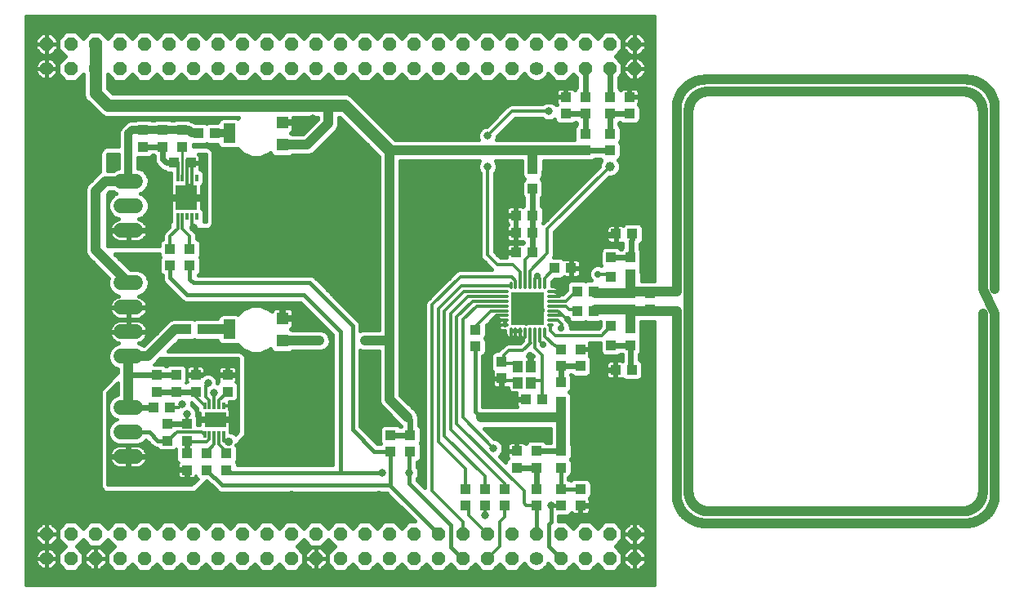
<source format=gtl>
G75*
%MOIN*%
%OFA0B0*%
%FSLAX25Y25*%
%IPPOS*%
%LPD*%
%AMOC8*
5,1,8,0,0,1.08239X$1,22.5*
%
%ADD10R,0.04331X0.03937*%
%ADD11R,0.04134X0.04252*%
%ADD12R,0.03937X0.04331*%
%ADD13R,0.03937X0.03937*%
%ADD14C,0.01181*%
%ADD15R,0.13583X0.13583*%
%ADD16C,0.05600*%
%ADD17OC8,0.05600*%
%ADD18C,0.03937*%
%ADD19R,0.05000X0.03937*%
%ADD20C,0.03181*%
%ADD21R,0.03937X0.04724*%
%ADD22C,0.06000*%
%ADD23R,0.01200X0.02800*%
%ADD24R,0.09100X0.09837*%
%ADD25R,0.09100X0.05900*%
%ADD26R,0.05118X0.05118*%
%ADD27R,0.05118X0.07874*%
%ADD28C,0.03962*%
%ADD29C,0.02400*%
%ADD30C,0.02781*%
%ADD31C,0.01200*%
%ADD32C,0.03175*%
%ADD33C,0.01600*%
%ADD34C,0.03569*%
%ADD35C,0.04000*%
%ADD36C,0.05000*%
%ADD37C,0.01000*%
%ADD38C,0.03200*%
D10*
X0127595Y0097587D03*
X0135595Y0097587D03*
X0143595Y0097587D03*
X0143595Y0104280D03*
X0135595Y0104280D03*
X0127595Y0104280D03*
X0127595Y0109587D03*
X0119595Y0109587D03*
X0119595Y0116280D03*
X0127595Y0116280D03*
X0123095Y0129587D03*
X0115095Y0129587D03*
X0115095Y0136280D03*
X0123095Y0136280D03*
X0144095Y0136280D03*
X0144095Y0129587D03*
X0210595Y0111780D03*
X0218595Y0111780D03*
X0218595Y0105087D03*
X0210595Y0105087D03*
X0241095Y0089780D03*
X0249095Y0089780D03*
X0257095Y0089780D03*
X0270095Y0089780D03*
X0270095Y0083087D03*
X0257095Y0083087D03*
X0249095Y0083087D03*
X0241095Y0083087D03*
X0262095Y0098587D03*
X0270095Y0098587D03*
X0270095Y0105280D03*
X0262095Y0105280D03*
X0280095Y0105280D03*
X0280095Y0098587D03*
X0280095Y0089780D03*
X0288095Y0089780D03*
X0288095Y0083087D03*
X0280095Y0083087D03*
X0272442Y0126433D03*
X0265749Y0126433D03*
X0280095Y0140087D03*
X0280095Y0146780D03*
X0302339Y0138510D03*
X0309032Y0138510D03*
X0316595Y0163087D03*
X0316595Y0169780D03*
X0284262Y0179941D03*
X0277570Y0179941D03*
X0268442Y0186433D03*
X0261749Y0186433D03*
X0261749Y0194433D03*
X0268442Y0194433D03*
X0302516Y0193923D03*
X0309209Y0193923D03*
X0300095Y0228087D03*
X0290095Y0228087D03*
X0290095Y0234780D03*
X0300095Y0234780D03*
X0300095Y0243087D03*
X0300095Y0249780D03*
X0308095Y0249780D03*
X0308095Y0243087D03*
X0290095Y0243087D03*
X0290095Y0249780D03*
X0282095Y0249780D03*
X0282095Y0243087D03*
X0245095Y0154780D03*
X0245095Y0148087D03*
X0128595Y0181087D03*
X0120595Y0181087D03*
X0120595Y0187780D03*
X0128595Y0187780D03*
X0128997Y0223008D03*
X0122304Y0223008D03*
X0125595Y0229587D03*
X0117595Y0229587D03*
X0117595Y0236280D03*
X0125595Y0236280D03*
X0109595Y0236280D03*
X0109595Y0229587D03*
D11*
X0261650Y0201433D03*
X0268540Y0201433D03*
D12*
X0308595Y0184280D03*
X0308595Y0177587D03*
X0308595Y0169780D03*
X0308595Y0163087D03*
X0300595Y0163087D03*
X0300595Y0169780D03*
X0293442Y0170433D03*
X0286749Y0170433D03*
X0286749Y0162433D03*
X0293442Y0162433D03*
X0308595Y0155280D03*
X0308595Y0148587D03*
X0288095Y0146780D03*
X0288095Y0140087D03*
X0255823Y0141709D03*
X0255823Y0135016D03*
X0133942Y0154933D03*
X0127249Y0154933D03*
X0131095Y0136280D03*
X0131095Y0129587D03*
X0120442Y0122933D03*
X0113749Y0122933D03*
X0132249Y0234933D03*
X0138942Y0234933D03*
D13*
X0268595Y0220370D03*
X0268595Y0212496D03*
X0300595Y0184370D03*
X0300595Y0176496D03*
X0300595Y0156370D03*
X0300595Y0148496D03*
X0280095Y0133370D03*
X0280095Y0125496D03*
D14*
X0273442Y0153519D02*
X0273442Y0155095D01*
X0273442Y0153519D02*
X0273442Y0153519D01*
X0273442Y0155095D01*
X0273442Y0155095D01*
X0273442Y0154699D02*
X0273442Y0154699D01*
X0271473Y0155095D02*
X0271473Y0153519D01*
X0271473Y0153519D01*
X0271473Y0155095D01*
X0271473Y0155095D01*
X0271473Y0154699D02*
X0271473Y0154699D01*
X0269505Y0155095D02*
X0269505Y0153519D01*
X0269505Y0153519D01*
X0269505Y0155095D01*
X0269505Y0155095D01*
X0269505Y0154699D02*
X0269505Y0154699D01*
X0267536Y0155095D02*
X0267536Y0153519D01*
X0267536Y0153519D01*
X0267536Y0155095D01*
X0267536Y0155095D01*
X0267536Y0154699D02*
X0267536Y0154699D01*
X0265568Y0155095D02*
X0265568Y0153519D01*
X0265568Y0153519D01*
X0265568Y0155095D01*
X0265568Y0155095D01*
X0265568Y0154699D02*
X0265568Y0154699D01*
X0263599Y0155095D02*
X0263599Y0153519D01*
X0263599Y0153519D01*
X0263599Y0155095D01*
X0263599Y0155095D01*
X0263599Y0154699D02*
X0263599Y0154699D01*
X0261631Y0155095D02*
X0261631Y0153519D01*
X0261631Y0153519D01*
X0261631Y0155095D01*
X0261631Y0155095D01*
X0261631Y0154699D02*
X0261631Y0154699D01*
X0259662Y0155095D02*
X0259662Y0153519D01*
X0259662Y0153519D01*
X0259662Y0155095D01*
X0259662Y0155095D01*
X0259662Y0154699D02*
X0259662Y0154699D01*
X0258088Y0156669D02*
X0256512Y0156669D01*
X0256512Y0156669D01*
X0258088Y0156669D01*
X0258088Y0156669D01*
X0258088Y0158638D02*
X0256512Y0158638D01*
X0256512Y0158638D01*
X0258088Y0158638D01*
X0258088Y0158638D01*
X0258088Y0160606D02*
X0256512Y0160606D01*
X0256512Y0160606D01*
X0258088Y0160606D01*
X0258088Y0160606D01*
X0258088Y0162575D02*
X0256512Y0162575D01*
X0256512Y0162575D01*
X0258088Y0162575D01*
X0258088Y0162575D01*
X0258088Y0164543D02*
X0256512Y0164543D01*
X0256512Y0164543D01*
X0258088Y0164543D01*
X0258088Y0164543D01*
X0258088Y0166512D02*
X0256512Y0166512D01*
X0256512Y0166512D01*
X0258088Y0166512D01*
X0258088Y0166512D01*
X0258088Y0168480D02*
X0256512Y0168480D01*
X0256512Y0168480D01*
X0258088Y0168480D01*
X0258088Y0168480D01*
X0258088Y0170449D02*
X0256512Y0170449D01*
X0256512Y0170449D01*
X0258088Y0170449D01*
X0258088Y0170449D01*
X0259662Y0172023D02*
X0259662Y0173599D01*
X0259662Y0173599D01*
X0259662Y0172023D01*
X0259662Y0172023D01*
X0259662Y0173203D02*
X0259662Y0173203D01*
X0261631Y0173599D02*
X0261631Y0172023D01*
X0261631Y0173599D02*
X0261631Y0173599D01*
X0261631Y0172023D01*
X0261631Y0172023D01*
X0261631Y0173203D02*
X0261631Y0173203D01*
X0263599Y0173599D02*
X0263599Y0172023D01*
X0263599Y0173599D02*
X0263599Y0173599D01*
X0263599Y0172023D01*
X0263599Y0172023D01*
X0263599Y0173203D02*
X0263599Y0173203D01*
X0265568Y0173599D02*
X0265568Y0172023D01*
X0265568Y0173599D02*
X0265568Y0173599D01*
X0265568Y0172023D01*
X0265568Y0172023D01*
X0265568Y0173203D02*
X0265568Y0173203D01*
X0267536Y0173599D02*
X0267536Y0172023D01*
X0267536Y0173599D02*
X0267536Y0173599D01*
X0267536Y0172023D01*
X0267536Y0172023D01*
X0267536Y0173203D02*
X0267536Y0173203D01*
X0269505Y0173599D02*
X0269505Y0172023D01*
X0269505Y0173599D02*
X0269505Y0173599D01*
X0269505Y0172023D01*
X0269505Y0172023D01*
X0269505Y0173203D02*
X0269505Y0173203D01*
X0271473Y0173599D02*
X0271473Y0172023D01*
X0271473Y0173599D02*
X0271473Y0173599D01*
X0271473Y0172023D01*
X0271473Y0172023D01*
X0271473Y0173203D02*
X0271473Y0173203D01*
X0273442Y0173599D02*
X0273442Y0172023D01*
X0273442Y0173599D02*
X0273442Y0173599D01*
X0273442Y0172023D01*
X0273442Y0172023D01*
X0273442Y0173203D02*
X0273442Y0173203D01*
X0275016Y0170449D02*
X0276592Y0170449D01*
X0276592Y0170449D01*
X0275016Y0170449D01*
X0275016Y0170449D01*
X0275016Y0168480D02*
X0276592Y0168480D01*
X0276592Y0168480D01*
X0275016Y0168480D01*
X0275016Y0168480D01*
X0275016Y0166512D02*
X0276592Y0166512D01*
X0276592Y0166512D01*
X0275016Y0166512D01*
X0275016Y0166512D01*
X0275016Y0164543D02*
X0276592Y0164543D01*
X0276592Y0164543D01*
X0275016Y0164543D01*
X0275016Y0164543D01*
X0275016Y0162575D02*
X0276592Y0162575D01*
X0276592Y0162575D01*
X0275016Y0162575D01*
X0275016Y0162575D01*
X0275016Y0160606D02*
X0276592Y0160606D01*
X0276592Y0160606D01*
X0275016Y0160606D01*
X0275016Y0160606D01*
X0275016Y0158638D02*
X0276592Y0158638D01*
X0276592Y0158638D01*
X0275016Y0158638D01*
X0275016Y0158638D01*
X0275016Y0156669D02*
X0276592Y0156669D01*
X0276592Y0156669D01*
X0275016Y0156669D01*
X0275016Y0156669D01*
D15*
X0266552Y0163559D03*
D16*
X0270095Y0261433D03*
X0070095Y0261433D03*
X0070095Y0061433D03*
X0270095Y0061433D03*
D17*
X0260095Y0061433D03*
X0250095Y0061433D03*
X0240095Y0061433D03*
X0230095Y0061433D03*
X0220095Y0061433D03*
X0210095Y0061433D03*
X0200095Y0061433D03*
X0190095Y0061433D03*
X0180095Y0061433D03*
X0170095Y0061433D03*
X0160095Y0061433D03*
X0150095Y0061433D03*
X0140095Y0061433D03*
X0130095Y0061433D03*
X0120095Y0061433D03*
X0110095Y0061433D03*
X0100095Y0061433D03*
X0090095Y0061433D03*
X0080095Y0061433D03*
X0080095Y0071433D03*
X0070095Y0071433D03*
X0090095Y0071433D03*
X0100095Y0071433D03*
X0110095Y0071433D03*
X0120095Y0071433D03*
X0130095Y0071433D03*
X0140095Y0071433D03*
X0150095Y0071433D03*
X0160095Y0071433D03*
X0170095Y0071433D03*
X0180095Y0071433D03*
X0190095Y0071433D03*
X0200095Y0071433D03*
X0210095Y0071433D03*
X0220095Y0071433D03*
X0230095Y0071433D03*
X0240095Y0071433D03*
X0250095Y0071433D03*
X0260095Y0071433D03*
X0270095Y0071433D03*
X0280095Y0071433D03*
X0290095Y0071433D03*
X0300095Y0071433D03*
X0310095Y0071433D03*
X0310095Y0061433D03*
X0300095Y0061433D03*
X0290095Y0061433D03*
X0280095Y0061433D03*
X0280095Y0261433D03*
X0290095Y0261433D03*
X0300095Y0261433D03*
X0310095Y0261433D03*
X0310095Y0271433D03*
X0300095Y0271433D03*
X0290095Y0271433D03*
X0280095Y0271433D03*
X0270095Y0271433D03*
X0260095Y0271433D03*
X0250095Y0271433D03*
X0240095Y0271433D03*
X0230095Y0271433D03*
X0220095Y0271433D03*
X0210095Y0271433D03*
X0200095Y0271433D03*
X0190095Y0271433D03*
X0180095Y0271433D03*
X0170095Y0271433D03*
X0160095Y0271433D03*
X0150095Y0271433D03*
X0140095Y0271433D03*
X0130095Y0271433D03*
X0120095Y0271433D03*
X0110095Y0271433D03*
X0100095Y0271433D03*
X0090095Y0271433D03*
X0080095Y0271433D03*
X0070095Y0271433D03*
X0080095Y0261433D03*
X0090095Y0261433D03*
X0100095Y0261433D03*
X0110095Y0261433D03*
X0120095Y0261433D03*
X0130095Y0261433D03*
X0140095Y0261433D03*
X0150095Y0261433D03*
X0160095Y0261433D03*
X0170095Y0261433D03*
X0180095Y0261433D03*
X0190095Y0261433D03*
X0200095Y0261433D03*
X0210095Y0261433D03*
X0220095Y0261433D03*
X0230095Y0261433D03*
X0240095Y0261433D03*
X0250095Y0261433D03*
X0260095Y0261433D03*
D18*
X0327339Y0245124D02*
X0327339Y0170321D01*
X0315528Y0170321D01*
X0315528Y0162447D02*
X0327339Y0162447D01*
X0327339Y0087644D01*
X0332260Y0088628D02*
X0332260Y0244140D01*
X0327339Y0245124D02*
X0327342Y0245409D01*
X0327353Y0245695D01*
X0327370Y0245980D01*
X0327394Y0246264D01*
X0327425Y0246548D01*
X0327463Y0246831D01*
X0327508Y0247112D01*
X0327559Y0247393D01*
X0327617Y0247673D01*
X0327682Y0247951D01*
X0327754Y0248227D01*
X0327832Y0248501D01*
X0327917Y0248774D01*
X0328009Y0249044D01*
X0328107Y0249312D01*
X0328211Y0249578D01*
X0328322Y0249841D01*
X0328439Y0250101D01*
X0328562Y0250359D01*
X0328692Y0250613D01*
X0328828Y0250864D01*
X0328969Y0251112D01*
X0329117Y0251356D01*
X0329270Y0251597D01*
X0329430Y0251833D01*
X0329595Y0252066D01*
X0329765Y0252295D01*
X0329941Y0252520D01*
X0330123Y0252740D01*
X0330309Y0252956D01*
X0330501Y0253167D01*
X0330698Y0253374D01*
X0330900Y0253576D01*
X0331107Y0253773D01*
X0331318Y0253965D01*
X0331534Y0254151D01*
X0331754Y0254333D01*
X0331979Y0254509D01*
X0332208Y0254679D01*
X0332441Y0254844D01*
X0332677Y0255004D01*
X0332918Y0255157D01*
X0333162Y0255305D01*
X0333410Y0255446D01*
X0333661Y0255582D01*
X0333915Y0255712D01*
X0334173Y0255835D01*
X0334433Y0255952D01*
X0334696Y0256063D01*
X0334962Y0256167D01*
X0335230Y0256265D01*
X0335500Y0256357D01*
X0335773Y0256442D01*
X0336047Y0256520D01*
X0336323Y0256592D01*
X0336601Y0256657D01*
X0336881Y0256715D01*
X0337162Y0256766D01*
X0337443Y0256811D01*
X0337726Y0256849D01*
X0338010Y0256880D01*
X0338294Y0256904D01*
X0338579Y0256921D01*
X0338865Y0256932D01*
X0339150Y0256935D01*
X0445449Y0256935D01*
X0444465Y0252014D02*
X0340135Y0252014D01*
X0339945Y0252012D01*
X0339755Y0252005D01*
X0339565Y0251993D01*
X0339375Y0251977D01*
X0339186Y0251957D01*
X0338997Y0251931D01*
X0338809Y0251902D01*
X0338622Y0251867D01*
X0338436Y0251828D01*
X0338251Y0251785D01*
X0338066Y0251737D01*
X0337883Y0251685D01*
X0337702Y0251629D01*
X0337522Y0251568D01*
X0337343Y0251502D01*
X0337166Y0251433D01*
X0336990Y0251359D01*
X0336817Y0251281D01*
X0336645Y0251198D01*
X0336476Y0251112D01*
X0336308Y0251022D01*
X0336143Y0250927D01*
X0335980Y0250829D01*
X0335820Y0250726D01*
X0335662Y0250620D01*
X0335507Y0250510D01*
X0335354Y0250397D01*
X0335204Y0250279D01*
X0335058Y0250158D01*
X0334914Y0250034D01*
X0334773Y0249906D01*
X0334635Y0249775D01*
X0334500Y0249640D01*
X0334369Y0249502D01*
X0334241Y0249361D01*
X0334117Y0249217D01*
X0333996Y0249071D01*
X0333878Y0248921D01*
X0333765Y0248768D01*
X0333655Y0248613D01*
X0333549Y0248455D01*
X0333446Y0248295D01*
X0333348Y0248132D01*
X0333253Y0247967D01*
X0333163Y0247799D01*
X0333077Y0247630D01*
X0332994Y0247458D01*
X0332916Y0247285D01*
X0332842Y0247109D01*
X0332773Y0246932D01*
X0332707Y0246753D01*
X0332646Y0246573D01*
X0332590Y0246392D01*
X0332538Y0246209D01*
X0332490Y0246024D01*
X0332447Y0245839D01*
X0332408Y0245653D01*
X0332373Y0245466D01*
X0332344Y0245278D01*
X0332318Y0245089D01*
X0332298Y0244900D01*
X0332282Y0244710D01*
X0332270Y0244520D01*
X0332263Y0244330D01*
X0332261Y0244140D01*
X0444465Y0252014D02*
X0444655Y0252012D01*
X0444845Y0252005D01*
X0445035Y0251993D01*
X0445225Y0251977D01*
X0445414Y0251957D01*
X0445603Y0251931D01*
X0445791Y0251902D01*
X0445978Y0251867D01*
X0446164Y0251828D01*
X0446349Y0251785D01*
X0446534Y0251737D01*
X0446717Y0251685D01*
X0446898Y0251629D01*
X0447078Y0251568D01*
X0447257Y0251502D01*
X0447434Y0251433D01*
X0447610Y0251359D01*
X0447783Y0251281D01*
X0447955Y0251198D01*
X0448124Y0251112D01*
X0448292Y0251022D01*
X0448457Y0250927D01*
X0448620Y0250829D01*
X0448780Y0250726D01*
X0448938Y0250620D01*
X0449093Y0250510D01*
X0449246Y0250397D01*
X0449396Y0250279D01*
X0449542Y0250158D01*
X0449686Y0250034D01*
X0449827Y0249906D01*
X0449965Y0249775D01*
X0450100Y0249640D01*
X0450231Y0249502D01*
X0450359Y0249361D01*
X0450483Y0249217D01*
X0450604Y0249071D01*
X0450722Y0248921D01*
X0450835Y0248768D01*
X0450945Y0248613D01*
X0451051Y0248455D01*
X0451154Y0248295D01*
X0451252Y0248132D01*
X0451347Y0247967D01*
X0451437Y0247799D01*
X0451523Y0247630D01*
X0451606Y0247458D01*
X0451684Y0247285D01*
X0451758Y0247109D01*
X0451827Y0246932D01*
X0451893Y0246753D01*
X0451954Y0246573D01*
X0452010Y0246392D01*
X0452062Y0246209D01*
X0452110Y0246024D01*
X0452153Y0245839D01*
X0452192Y0245653D01*
X0452227Y0245466D01*
X0452256Y0245278D01*
X0452282Y0245089D01*
X0452302Y0244900D01*
X0452318Y0244710D01*
X0452330Y0244520D01*
X0452337Y0244330D01*
X0452339Y0244140D01*
X0452339Y0171305D01*
X0457260Y0161463D01*
X0457260Y0087644D01*
X0452339Y0088628D02*
X0452339Y0161463D01*
X0457260Y0171305D02*
X0457260Y0245124D01*
X0457257Y0245409D01*
X0457246Y0245695D01*
X0457229Y0245980D01*
X0457205Y0246264D01*
X0457174Y0246548D01*
X0457136Y0246831D01*
X0457091Y0247112D01*
X0457040Y0247393D01*
X0456982Y0247673D01*
X0456917Y0247951D01*
X0456845Y0248227D01*
X0456767Y0248501D01*
X0456682Y0248774D01*
X0456590Y0249044D01*
X0456492Y0249312D01*
X0456388Y0249578D01*
X0456277Y0249841D01*
X0456160Y0250101D01*
X0456037Y0250359D01*
X0455907Y0250613D01*
X0455771Y0250864D01*
X0455630Y0251112D01*
X0455482Y0251356D01*
X0455329Y0251597D01*
X0455169Y0251833D01*
X0455004Y0252066D01*
X0454834Y0252295D01*
X0454658Y0252520D01*
X0454476Y0252740D01*
X0454290Y0252956D01*
X0454098Y0253167D01*
X0453901Y0253374D01*
X0453699Y0253576D01*
X0453492Y0253773D01*
X0453281Y0253965D01*
X0453065Y0254151D01*
X0452845Y0254333D01*
X0452620Y0254509D01*
X0452391Y0254679D01*
X0452158Y0254844D01*
X0451922Y0255004D01*
X0451681Y0255157D01*
X0451437Y0255305D01*
X0451189Y0255446D01*
X0450938Y0255582D01*
X0450684Y0255712D01*
X0450426Y0255835D01*
X0450166Y0255952D01*
X0449903Y0256063D01*
X0449637Y0256167D01*
X0449369Y0256265D01*
X0449099Y0256357D01*
X0448826Y0256442D01*
X0448552Y0256520D01*
X0448276Y0256592D01*
X0447998Y0256657D01*
X0447718Y0256715D01*
X0447437Y0256766D01*
X0447156Y0256811D01*
X0446873Y0256849D01*
X0446589Y0256880D01*
X0446305Y0256904D01*
X0446020Y0256921D01*
X0445734Y0256932D01*
X0445449Y0256935D01*
X0308595Y0163087D02*
X0308595Y0155280D01*
X0332261Y0088628D02*
X0332263Y0088438D01*
X0332270Y0088248D01*
X0332282Y0088058D01*
X0332298Y0087868D01*
X0332318Y0087679D01*
X0332344Y0087490D01*
X0332373Y0087302D01*
X0332408Y0087115D01*
X0332447Y0086929D01*
X0332490Y0086744D01*
X0332538Y0086559D01*
X0332590Y0086376D01*
X0332646Y0086195D01*
X0332707Y0086015D01*
X0332773Y0085836D01*
X0332842Y0085659D01*
X0332916Y0085483D01*
X0332994Y0085310D01*
X0333077Y0085138D01*
X0333163Y0084969D01*
X0333253Y0084801D01*
X0333348Y0084636D01*
X0333446Y0084473D01*
X0333549Y0084313D01*
X0333655Y0084155D01*
X0333765Y0084000D01*
X0333878Y0083847D01*
X0333996Y0083697D01*
X0334117Y0083551D01*
X0334241Y0083407D01*
X0334369Y0083266D01*
X0334500Y0083128D01*
X0334635Y0082993D01*
X0334773Y0082862D01*
X0334914Y0082734D01*
X0335058Y0082610D01*
X0335204Y0082489D01*
X0335354Y0082371D01*
X0335507Y0082258D01*
X0335662Y0082148D01*
X0335820Y0082042D01*
X0335980Y0081939D01*
X0336143Y0081841D01*
X0336308Y0081746D01*
X0336476Y0081656D01*
X0336645Y0081570D01*
X0336817Y0081487D01*
X0336990Y0081409D01*
X0337166Y0081335D01*
X0337343Y0081266D01*
X0337522Y0081200D01*
X0337702Y0081139D01*
X0337883Y0081083D01*
X0338066Y0081031D01*
X0338251Y0080983D01*
X0338436Y0080940D01*
X0338622Y0080901D01*
X0338809Y0080866D01*
X0338997Y0080837D01*
X0339186Y0080811D01*
X0339375Y0080791D01*
X0339565Y0080775D01*
X0339755Y0080763D01*
X0339945Y0080756D01*
X0340135Y0080754D01*
X0444465Y0080754D01*
X0445449Y0075833D02*
X0339150Y0075833D01*
X0338865Y0075836D01*
X0338579Y0075847D01*
X0338294Y0075864D01*
X0338010Y0075888D01*
X0337726Y0075919D01*
X0337443Y0075957D01*
X0337162Y0076002D01*
X0336881Y0076053D01*
X0336601Y0076111D01*
X0336323Y0076176D01*
X0336047Y0076248D01*
X0335773Y0076326D01*
X0335500Y0076411D01*
X0335230Y0076503D01*
X0334962Y0076601D01*
X0334696Y0076705D01*
X0334433Y0076816D01*
X0334173Y0076933D01*
X0333915Y0077056D01*
X0333661Y0077186D01*
X0333410Y0077322D01*
X0333162Y0077463D01*
X0332918Y0077611D01*
X0332677Y0077764D01*
X0332441Y0077924D01*
X0332208Y0078089D01*
X0331979Y0078259D01*
X0331754Y0078435D01*
X0331534Y0078617D01*
X0331318Y0078803D01*
X0331107Y0078995D01*
X0330900Y0079192D01*
X0330698Y0079394D01*
X0330501Y0079601D01*
X0330309Y0079812D01*
X0330123Y0080028D01*
X0329941Y0080248D01*
X0329765Y0080473D01*
X0329595Y0080702D01*
X0329430Y0080935D01*
X0329270Y0081171D01*
X0329117Y0081412D01*
X0328969Y0081656D01*
X0328828Y0081904D01*
X0328692Y0082155D01*
X0328562Y0082409D01*
X0328439Y0082667D01*
X0328322Y0082927D01*
X0328211Y0083190D01*
X0328107Y0083456D01*
X0328009Y0083724D01*
X0327917Y0083994D01*
X0327832Y0084267D01*
X0327754Y0084541D01*
X0327682Y0084817D01*
X0327617Y0085095D01*
X0327559Y0085375D01*
X0327508Y0085656D01*
X0327463Y0085937D01*
X0327425Y0086220D01*
X0327394Y0086504D01*
X0327370Y0086788D01*
X0327353Y0087073D01*
X0327342Y0087359D01*
X0327339Y0087644D01*
X0444465Y0080754D02*
X0444655Y0080756D01*
X0444845Y0080763D01*
X0445035Y0080775D01*
X0445225Y0080791D01*
X0445414Y0080811D01*
X0445603Y0080837D01*
X0445791Y0080866D01*
X0445978Y0080901D01*
X0446164Y0080940D01*
X0446349Y0080983D01*
X0446534Y0081031D01*
X0446717Y0081083D01*
X0446898Y0081139D01*
X0447078Y0081200D01*
X0447257Y0081266D01*
X0447434Y0081335D01*
X0447610Y0081409D01*
X0447783Y0081487D01*
X0447955Y0081570D01*
X0448124Y0081656D01*
X0448292Y0081746D01*
X0448457Y0081841D01*
X0448620Y0081939D01*
X0448780Y0082042D01*
X0448938Y0082148D01*
X0449093Y0082258D01*
X0449246Y0082371D01*
X0449396Y0082489D01*
X0449542Y0082610D01*
X0449686Y0082734D01*
X0449827Y0082862D01*
X0449965Y0082993D01*
X0450100Y0083128D01*
X0450231Y0083266D01*
X0450359Y0083407D01*
X0450483Y0083551D01*
X0450604Y0083697D01*
X0450722Y0083847D01*
X0450835Y0084000D01*
X0450945Y0084155D01*
X0451051Y0084313D01*
X0451154Y0084473D01*
X0451252Y0084636D01*
X0451347Y0084801D01*
X0451437Y0084969D01*
X0451523Y0085138D01*
X0451606Y0085310D01*
X0451684Y0085483D01*
X0451758Y0085659D01*
X0451827Y0085836D01*
X0451893Y0086015D01*
X0451954Y0086195D01*
X0452010Y0086376D01*
X0452062Y0086559D01*
X0452110Y0086744D01*
X0452153Y0086929D01*
X0452192Y0087115D01*
X0452227Y0087302D01*
X0452256Y0087490D01*
X0452282Y0087679D01*
X0452302Y0087868D01*
X0452318Y0088058D01*
X0452330Y0088248D01*
X0452337Y0088438D01*
X0452339Y0088628D01*
X0457260Y0087644D02*
X0457257Y0087359D01*
X0457246Y0087073D01*
X0457229Y0086788D01*
X0457205Y0086504D01*
X0457174Y0086220D01*
X0457136Y0085937D01*
X0457091Y0085656D01*
X0457040Y0085375D01*
X0456982Y0085095D01*
X0456917Y0084817D01*
X0456845Y0084541D01*
X0456767Y0084267D01*
X0456682Y0083994D01*
X0456590Y0083724D01*
X0456492Y0083456D01*
X0456388Y0083190D01*
X0456277Y0082927D01*
X0456160Y0082667D01*
X0456037Y0082409D01*
X0455907Y0082155D01*
X0455771Y0081904D01*
X0455630Y0081656D01*
X0455482Y0081412D01*
X0455329Y0081171D01*
X0455169Y0080935D01*
X0455004Y0080702D01*
X0454834Y0080473D01*
X0454658Y0080248D01*
X0454476Y0080028D01*
X0454290Y0079812D01*
X0454098Y0079601D01*
X0453901Y0079394D01*
X0453699Y0079192D01*
X0453492Y0078995D01*
X0453281Y0078803D01*
X0453065Y0078617D01*
X0452845Y0078435D01*
X0452620Y0078259D01*
X0452391Y0078089D01*
X0452158Y0077924D01*
X0451922Y0077764D01*
X0451681Y0077611D01*
X0451437Y0077463D01*
X0451189Y0077322D01*
X0450938Y0077186D01*
X0450684Y0077056D01*
X0450426Y0076933D01*
X0450166Y0076816D01*
X0449903Y0076705D01*
X0449637Y0076601D01*
X0449369Y0076503D01*
X0449099Y0076411D01*
X0448826Y0076326D01*
X0448552Y0076248D01*
X0448276Y0076176D01*
X0447998Y0076111D01*
X0447718Y0076053D01*
X0447437Y0076002D01*
X0447156Y0075957D01*
X0446873Y0075919D01*
X0446589Y0075888D01*
X0446305Y0075864D01*
X0446020Y0075847D01*
X0445734Y0075836D01*
X0445449Y0075833D01*
D19*
X0316030Y0162398D03*
X0316030Y0170321D03*
D20*
X0452349Y0161463D03*
X0457320Y0171256D03*
D21*
X0267851Y0139780D03*
X0262339Y0139780D03*
X0262339Y0133087D03*
X0267851Y0133087D03*
D22*
X0106595Y0122933D02*
X0100595Y0122933D01*
X0100595Y0112933D02*
X0106595Y0112933D01*
X0106595Y0102933D02*
X0100595Y0102933D01*
X0100595Y0143933D02*
X0106595Y0143933D01*
X0106595Y0153933D02*
X0100595Y0153933D01*
X0100595Y0163933D02*
X0106595Y0163933D01*
X0106595Y0173933D02*
X0100595Y0173933D01*
X0100595Y0195433D02*
X0106595Y0195433D01*
X0106595Y0205433D02*
X0100595Y0205433D01*
X0100595Y0215433D02*
X0106595Y0215433D01*
D23*
X0123695Y0216802D03*
X0125595Y0216802D03*
X0127595Y0216802D03*
X0129595Y0216802D03*
X0131495Y0216802D03*
X0131495Y0201065D03*
X0129595Y0201065D03*
X0127595Y0201065D03*
X0125595Y0201065D03*
X0123695Y0201065D03*
X0134695Y0123833D03*
X0136595Y0123833D03*
X0138595Y0123833D03*
X0140595Y0123833D03*
X0142495Y0123833D03*
X0142495Y0112033D03*
X0140595Y0112033D03*
X0138595Y0112033D03*
X0136595Y0112033D03*
X0134695Y0112033D03*
D24*
X0127195Y0208733D03*
D25*
X0138995Y0118133D03*
D26*
X0166422Y0150406D03*
X0166422Y0159461D03*
X0166422Y0230406D03*
X0166422Y0239461D03*
D27*
X0144768Y0234933D03*
X0144768Y0154933D03*
D28*
X0295351Y0138411D03*
X0302241Y0128569D03*
X0310115Y0128569D03*
X0315489Y0132506D03*
X0315489Y0124632D03*
X0315489Y0116758D03*
X0315489Y0108884D03*
X0315489Y0101010D03*
X0315489Y0093136D03*
X0315489Y0085262D03*
X0315489Y0077388D03*
X0315489Y0067014D03*
X0315489Y0054140D03*
X0315489Y0140380D03*
X0315489Y0148254D03*
X0315489Y0156128D03*
X0315489Y0175813D03*
X0315489Y0183687D03*
X0315489Y0191561D03*
X0315489Y0199435D03*
X0310115Y0203372D03*
X0315489Y0207309D03*
X0315489Y0215183D03*
X0315489Y0223057D03*
X0315489Y0230931D03*
X0315489Y0238805D03*
X0315489Y0246679D03*
X0315489Y0254553D03*
X0314989Y0265927D03*
X0315489Y0280301D03*
X0300095Y0221433D03*
X0302241Y0203372D03*
X0295351Y0193530D03*
D29*
X0302123Y0193530D01*
X0302516Y0193923D01*
X0295449Y0193628D02*
X0295351Y0193530D01*
X0309032Y0193746D02*
X0309209Y0193923D01*
X0309032Y0193746D02*
X0308595Y0184280D01*
X0300686Y0184280D01*
X0300595Y0184370D01*
X0268442Y0186433D02*
X0268442Y0194433D01*
X0268442Y0201335D01*
X0268540Y0201433D01*
X0268540Y0212441D01*
X0268595Y0212496D01*
X0290095Y0228087D02*
X0300095Y0228087D01*
X0300095Y0234780D02*
X0300095Y0243087D01*
X0308095Y0243087D01*
X0300095Y0249780D02*
X0300095Y0261433D01*
X0290095Y0261433D02*
X0290095Y0249780D01*
X0290095Y0243933D02*
X0290095Y0243087D01*
X0290095Y0234780D01*
X0289249Y0243087D02*
X0282095Y0243087D01*
X0289249Y0243087D02*
X0290095Y0243933D01*
X0300595Y0148496D02*
X0308505Y0148496D01*
X0308532Y0146969D01*
X0308505Y0148496D02*
X0308595Y0148587D01*
X0308595Y0138510D01*
X0309032Y0138510D01*
X0302339Y0138510D02*
X0302142Y0138313D01*
X0297221Y0138313D01*
X0295351Y0138411D01*
X0288095Y0140087D02*
X0280095Y0140087D01*
X0280095Y0133370D01*
X0267599Y0140437D02*
X0267595Y0140433D01*
X0267595Y0144283D01*
X0267599Y0144280D01*
X0267599Y0140437D02*
X0267598Y0140435D01*
X0267597Y0140434D01*
X0267595Y0140433D01*
X0218595Y0117933D02*
X0218595Y0111780D01*
X0210595Y0111780D01*
X0218422Y0118106D02*
X0218595Y0117933D01*
X0262095Y0098587D02*
X0270095Y0098587D01*
X0270095Y0089780D01*
X0270095Y0105280D02*
X0280095Y0105280D01*
X0131095Y0129587D02*
X0123095Y0129587D01*
X0115095Y0129587D01*
X0113749Y0122933D02*
X0103595Y0122933D01*
X0119595Y0116280D02*
X0127595Y0116280D01*
X0127595Y0109587D02*
X0127595Y0104280D01*
X0123095Y0136280D02*
X0115095Y0136280D01*
X0114942Y0136433D01*
X0103595Y0136433D01*
X0119095Y0222933D02*
X0122229Y0222933D01*
X0122304Y0223008D01*
X0119095Y0222933D02*
X0117595Y0224433D01*
X0117595Y0229587D01*
X0109595Y0229587D01*
D30*
X0109595Y0222933D03*
X0117095Y0215433D03*
X0124595Y0211933D03*
X0127595Y0208933D03*
X0130095Y0211933D03*
X0134095Y0212933D03*
X0134095Y0208933D03*
X0130095Y0205433D03*
X0134095Y0204933D03*
X0124595Y0205433D03*
X0119095Y0208933D03*
X0112095Y0210433D03*
X0117095Y0202933D03*
X0111095Y0199433D03*
X0114095Y0196433D03*
X0111595Y0191433D03*
X0114690Y0184130D03*
X0107690Y0184130D03*
X0101190Y0184130D03*
X0096095Y0189933D03*
X0084323Y0181644D03*
X0064323Y0186644D03*
X0081823Y0199144D03*
X0096095Y0199933D03*
X0081823Y0214144D03*
X0096095Y0220933D03*
X0096095Y0225433D03*
X0089323Y0226644D03*
X0098323Y0232644D03*
X0098323Y0240144D03*
X0085823Y0245144D03*
X0076823Y0241644D03*
X0064323Y0236644D03*
X0076823Y0226644D03*
X0064323Y0224144D03*
X0064323Y0249144D03*
X0083323Y0252644D03*
X0095823Y0257644D03*
X0098323Y0252644D03*
X0135823Y0252644D03*
X0135823Y0240144D03*
X0139323Y0229144D03*
X0133595Y0222933D03*
X0173323Y0252644D03*
X0190823Y0235144D03*
X0203323Y0247644D03*
X0220823Y0235144D03*
X0215690Y0221630D03*
X0203690Y0221130D03*
X0204190Y0206130D03*
X0216190Y0206130D03*
X0240823Y0197644D03*
X0243323Y0202644D03*
X0255823Y0210144D03*
X0262536Y0208402D03*
X0262536Y0215902D03*
X0262536Y0220902D03*
X0255823Y0222644D03*
X0243323Y0222644D03*
X0243323Y0212644D03*
X0275036Y0213402D03*
X0280036Y0218402D03*
X0275036Y0220902D03*
X0282536Y0210902D03*
X0275036Y0203402D03*
X0280036Y0193402D03*
X0280036Y0185902D03*
X0284422Y0185974D03*
X0295203Y0177535D03*
X0279839Y0170941D03*
X0270489Y0167496D03*
X0266552Y0167496D03*
X0262615Y0167496D03*
X0262615Y0163559D03*
X0266552Y0163559D03*
X0270489Y0163559D03*
X0270489Y0159622D03*
X0266552Y0159622D03*
X0262615Y0159622D03*
X0252280Y0158130D03*
X0252280Y0153693D03*
X0259662Y0150280D03*
X0263599Y0150280D03*
X0272703Y0148785D03*
X0267599Y0144280D03*
X0280203Y0155535D03*
X0282784Y0159138D03*
X0294690Y0156630D03*
X0292690Y0146630D03*
X0288323Y0132644D03*
X0285823Y0117644D03*
X0288323Y0097644D03*
X0293323Y0082644D03*
X0288323Y0077644D03*
X0213190Y0080130D03*
X0205690Y0087630D03*
X0195690Y0085130D03*
X0190690Y0080130D03*
X0170190Y0087630D03*
X0155190Y0085630D03*
X0138190Y0080130D03*
X0135690Y0090130D03*
X0127595Y0093433D03*
X0121595Y0097933D03*
X0118095Y0094933D03*
X0112095Y0094933D03*
X0105595Y0094933D03*
X0098095Y0094933D03*
X0109012Y0087496D03*
X0114091Y0087496D03*
X0098190Y0085130D03*
X0088190Y0095130D03*
X0079642Y0092732D03*
X0080690Y0082630D03*
X0068190Y0082630D03*
X0064323Y0106644D03*
X0064323Y0119144D03*
X0081690Y0131630D03*
X0068190Y0135130D03*
X0064323Y0149144D03*
X0064323Y0169144D03*
X0094690Y0164130D03*
X0094690Y0154130D03*
X0112690Y0154130D03*
X0112690Y0159130D03*
X0112690Y0164130D03*
X0121190Y0169630D03*
X0116190Y0175630D03*
X0128190Y0164630D03*
X0144190Y0164630D03*
X0161690Y0178630D03*
X0179690Y0179130D03*
X0187690Y0171630D03*
X0196690Y0162630D03*
X0203690Y0156630D03*
X0215690Y0156630D03*
X0204690Y0144130D03*
X0199690Y0143130D03*
X0185690Y0145130D03*
X0178190Y0140130D03*
X0185190Y0136130D03*
X0185190Y0131130D03*
X0185190Y0126130D03*
X0185190Y0121130D03*
X0185190Y0116130D03*
X0180690Y0117630D03*
X0185190Y0111130D03*
X0185190Y0106130D03*
X0185190Y0101130D03*
X0177690Y0101130D03*
X0170190Y0101130D03*
X0165190Y0101130D03*
X0160190Y0101130D03*
X0155190Y0101130D03*
X0150190Y0101130D03*
X0150190Y0106130D03*
X0152690Y0111130D03*
X0146095Y0113433D03*
X0146095Y0117933D03*
X0142434Y0118189D03*
X0139284Y0118189D03*
X0136135Y0118189D03*
X0145595Y0123933D03*
X0152690Y0126130D03*
X0152690Y0131130D03*
X0152690Y0136130D03*
X0152690Y0141130D03*
X0144095Y0140433D03*
X0137595Y0141433D03*
X0138095Y0137433D03*
X0131095Y0141433D03*
X0124595Y0141433D03*
X0117095Y0141433D03*
X0123190Y0147630D03*
X0130690Y0147630D03*
X0145690Y0147630D03*
X0163190Y0137630D03*
X0173190Y0130130D03*
X0163190Y0122630D03*
X0152690Y0121130D03*
X0152690Y0116130D03*
X0160690Y0107630D03*
X0173190Y0110130D03*
X0200190Y0125130D03*
X0202690Y0132630D03*
X0208690Y0118630D03*
X0204190Y0112630D03*
X0182190Y0155630D03*
X0176690Y0161130D03*
X0171190Y0159630D03*
X0166690Y0164130D03*
X0135190Y0179630D03*
X0136190Y0191630D03*
X0203690Y0179130D03*
X0216190Y0179130D03*
X0215823Y0190144D03*
X0243323Y0187644D03*
X0270489Y0176846D03*
X0290036Y0203402D03*
X0302536Y0213402D03*
X0290036Y0220902D03*
X0295036Y0223402D03*
X0307536Y0225902D03*
X0307536Y0235902D03*
X0281886Y0234366D03*
X0266886Y0236866D03*
X0258323Y0235144D03*
X0251886Y0244366D03*
X0261886Y0249366D03*
X0276886Y0249366D03*
X0243323Y0235144D03*
X0098095Y0130433D03*
X0096595Y0117933D03*
X0111595Y0106933D03*
X0114095Y0101933D03*
X0121595Y0103933D03*
D31*
X0123230Y0103962D02*
X0111090Y0103962D01*
X0111082Y0104010D02*
X0110858Y0104699D01*
X0110529Y0105344D01*
X0110104Y0105930D01*
X0109592Y0106442D01*
X0109006Y0106867D01*
X0108361Y0107196D01*
X0107672Y0107420D01*
X0106957Y0107533D01*
X0103995Y0107533D01*
X0103995Y0103333D01*
X0103195Y0103333D01*
X0103195Y0102533D01*
X0096001Y0102533D01*
X0096108Y0101856D01*
X0096332Y0101167D01*
X0096661Y0100522D01*
X0097086Y0099936D01*
X0097598Y0099424D01*
X0098184Y0098999D01*
X0098829Y0098670D01*
X0099518Y0098446D01*
X0100233Y0098333D01*
X0103195Y0098333D01*
X0103195Y0102533D01*
X0103995Y0102533D01*
X0103995Y0098333D01*
X0106957Y0098333D01*
X0107672Y0098446D01*
X0108361Y0098670D01*
X0109006Y0098999D01*
X0109592Y0099424D01*
X0110104Y0099936D01*
X0110529Y0100522D01*
X0110858Y0101167D01*
X0111082Y0101856D01*
X0111189Y0102533D01*
X0103995Y0102533D01*
X0103995Y0103333D01*
X0111189Y0103333D01*
X0111082Y0104010D01*
X0110623Y0105160D02*
X0123230Y0105160D01*
X0122672Y0105418D02*
X0123230Y0105976D01*
X0123230Y0101400D01*
X0124128Y0100501D01*
X0123939Y0100173D01*
X0123830Y0099766D01*
X0123830Y0097971D01*
X0127211Y0097971D01*
X0127211Y0097202D01*
X0127979Y0097202D01*
X0127979Y0094018D01*
X0129971Y0094018D01*
X0130378Y0094127D01*
X0130743Y0094338D01*
X0131041Y0094636D01*
X0131230Y0094963D01*
X0131230Y0094707D01*
X0132049Y0093887D01*
X0129595Y0091433D01*
X0095095Y0091433D01*
X0095095Y0128933D01*
X0099395Y0133233D01*
X0099395Y0128064D01*
X0097650Y0127341D01*
X0096187Y0125879D01*
X0095395Y0123967D01*
X0095395Y0121899D01*
X0096187Y0119987D01*
X0097650Y0118525D01*
X0099078Y0117933D01*
X0097650Y0117341D01*
X0096187Y0115879D01*
X0095395Y0113967D01*
X0095395Y0111899D01*
X0096187Y0109987D01*
X0097650Y0108525D01*
X0099561Y0107733D01*
X0107629Y0107733D01*
X0109541Y0108525D01*
X0110901Y0109885D01*
X0112898Y0107887D01*
X0113742Y0107043D01*
X0114845Y0106587D01*
X0115350Y0106587D01*
X0116519Y0105418D01*
X0122672Y0105418D01*
X0123230Y0102763D02*
X0103995Y0102763D01*
X0103195Y0102763D02*
X0095095Y0102763D01*
X0096001Y0103333D02*
X0103195Y0103333D01*
X0103195Y0107533D01*
X0100233Y0107533D01*
X0099518Y0107420D01*
X0098829Y0107196D01*
X0098184Y0106867D01*
X0097598Y0106442D01*
X0097086Y0105930D01*
X0096661Y0105344D01*
X0096332Y0104699D01*
X0096108Y0104010D01*
X0096001Y0103333D01*
X0096101Y0103962D02*
X0095095Y0103962D01*
X0095095Y0105160D02*
X0096567Y0105160D01*
X0097515Y0106359D02*
X0095095Y0106359D01*
X0095095Y0107557D02*
X0113228Y0107557D01*
X0112030Y0108756D02*
X0109772Y0108756D01*
X0109675Y0106359D02*
X0115578Y0106359D01*
X0119595Y0109587D02*
X0123442Y0112933D01*
X0133595Y0112933D01*
X0134495Y0112033D01*
X0134695Y0112033D01*
X0136595Y0112033D02*
X0136595Y0109933D01*
X0135595Y0108933D01*
X0128249Y0108933D01*
X0127595Y0109587D01*
X0123230Y0101565D02*
X0110987Y0101565D01*
X0110416Y0100366D02*
X0124050Y0100366D01*
X0123830Y0099168D02*
X0109238Y0099168D01*
X0103995Y0099168D02*
X0103195Y0099168D01*
X0103195Y0100366D02*
X0103995Y0100366D01*
X0103995Y0101565D02*
X0103195Y0101565D01*
X0103195Y0103962D02*
X0103995Y0103962D01*
X0103995Y0105160D02*
X0103195Y0105160D01*
X0103195Y0106359D02*
X0103995Y0106359D01*
X0097419Y0108756D02*
X0095095Y0108756D01*
X0095095Y0109954D02*
X0096220Y0109954D01*
X0095704Y0111153D02*
X0095095Y0111153D01*
X0095095Y0112351D02*
X0095395Y0112351D01*
X0095395Y0113550D02*
X0095095Y0113550D01*
X0095095Y0114748D02*
X0095719Y0114748D01*
X0096255Y0115947D02*
X0095095Y0115947D01*
X0095095Y0117145D02*
X0097453Y0117145D01*
X0098086Y0118344D02*
X0095095Y0118344D01*
X0095095Y0119542D02*
X0096632Y0119542D01*
X0095875Y0120741D02*
X0095095Y0120741D01*
X0095095Y0121939D02*
X0095395Y0121939D01*
X0095395Y0123138D02*
X0095095Y0123138D01*
X0095095Y0124336D02*
X0095548Y0124336D01*
X0095095Y0125535D02*
X0096044Y0125535D01*
X0095095Y0126733D02*
X0097041Y0126733D01*
X0095095Y0127932D02*
X0099075Y0127932D01*
X0099395Y0129130D02*
X0095292Y0129130D01*
X0096491Y0130329D02*
X0099395Y0130329D01*
X0099395Y0131527D02*
X0097689Y0131527D01*
X0098888Y0132726D02*
X0099395Y0132726D01*
X0114050Y0140448D02*
X0115156Y0141554D01*
X0116535Y0142933D01*
X0148595Y0142933D01*
X0148595Y0112933D01*
X0147412Y0111750D01*
X0146852Y0112311D01*
X0145388Y0112917D01*
X0145295Y0112917D01*
X0145295Y0114344D01*
X0145044Y0114595D01*
X0145145Y0114972D01*
X0145145Y0117533D01*
X0139595Y0117533D01*
X0139595Y0115633D01*
X0138395Y0115633D01*
X0138395Y0117533D01*
X0132845Y0117533D01*
X0132845Y0115733D01*
X0131960Y0115733D01*
X0131960Y0119159D01*
X0131383Y0119737D01*
X0131383Y0121186D01*
X0130806Y0122578D01*
X0129741Y0123644D01*
X0129383Y0123792D01*
X0129383Y0125186D01*
X0129509Y0125059D01*
X0131895Y0122673D01*
X0131895Y0121522D01*
X0132845Y0120572D01*
X0132845Y0118733D01*
X0138395Y0118733D01*
X0138395Y0117533D01*
X0139595Y0117533D01*
X0139595Y0118733D01*
X0138395Y0118733D01*
X0138395Y0120233D01*
X0139595Y0120233D01*
X0139595Y0118733D01*
X0145145Y0118733D01*
X0145145Y0121294D01*
X0145036Y0121701D01*
X0144825Y0122065D01*
X0144689Y0122201D01*
X0144695Y0122222D01*
X0144695Y0123833D01*
X0143395Y0123833D01*
X0143395Y0123833D01*
X0144695Y0123833D01*
X0144695Y0125418D01*
X0147172Y0125418D01*
X0148460Y0126707D01*
X0148460Y0132466D01*
X0147562Y0133365D01*
X0147751Y0133693D01*
X0147860Y0134100D01*
X0147860Y0135895D01*
X0144479Y0135895D01*
X0144479Y0136664D01*
X0143711Y0136664D01*
X0143711Y0139848D01*
X0141719Y0139848D01*
X0141312Y0139739D01*
X0140947Y0139528D01*
X0140649Y0139230D01*
X0140439Y0138866D01*
X0140330Y0138459D01*
X0140330Y0136664D01*
X0143711Y0136664D01*
X0143711Y0135895D01*
X0140330Y0135895D01*
X0140330Y0134100D01*
X0140439Y0133693D01*
X0140628Y0133365D01*
X0139883Y0132619D01*
X0139883Y0133686D01*
X0139306Y0135078D01*
X0138241Y0136144D01*
X0136848Y0136720D01*
X0135342Y0136720D01*
X0133950Y0136144D01*
X0133701Y0135895D01*
X0131479Y0135895D01*
X0131479Y0136664D01*
X0130711Y0136664D01*
X0130711Y0140045D01*
X0128916Y0140045D01*
X0128509Y0139936D01*
X0128144Y0139725D01*
X0127846Y0139427D01*
X0127636Y0139062D01*
X0127527Y0138656D01*
X0127527Y0136664D01*
X0130711Y0136664D01*
X0130711Y0135895D01*
X0127527Y0135895D01*
X0127527Y0133904D01*
X0127636Y0133497D01*
X0127681Y0133418D01*
X0127250Y0132987D01*
X0127047Y0132987D01*
X0127460Y0133400D01*
X0127460Y0139159D01*
X0126172Y0140448D01*
X0120019Y0140448D01*
X0119250Y0139680D01*
X0118940Y0139680D01*
X0118172Y0140448D01*
X0114050Y0140448D01*
X0114717Y0141115D02*
X0148595Y0141115D01*
X0148595Y0139917D02*
X0133714Y0139917D01*
X0133681Y0139936D02*
X0133274Y0140045D01*
X0131479Y0140045D01*
X0131479Y0136664D01*
X0134664Y0136664D01*
X0134664Y0138656D01*
X0134555Y0139062D01*
X0134344Y0139427D01*
X0134046Y0139725D01*
X0133681Y0139936D01*
X0134647Y0138718D02*
X0140399Y0138718D01*
X0140330Y0137520D02*
X0134664Y0137520D01*
X0134378Y0136321D02*
X0131479Y0136321D01*
X0130711Y0136321D02*
X0127460Y0136321D01*
X0127460Y0135123D02*
X0127527Y0135123D01*
X0127527Y0133924D02*
X0127460Y0133924D01*
X0127460Y0137520D02*
X0127527Y0137520D01*
X0127544Y0138718D02*
X0127460Y0138718D01*
X0126703Y0139917D02*
X0128476Y0139917D01*
X0130711Y0139917D02*
X0131479Y0139917D01*
X0131479Y0138718D02*
X0130711Y0138718D01*
X0130711Y0137520D02*
X0131479Y0137520D01*
X0137812Y0136321D02*
X0143711Y0136321D01*
X0144479Y0136321D02*
X0148595Y0136321D01*
X0147860Y0136664D02*
X0147860Y0138459D01*
X0147751Y0138866D01*
X0147541Y0139230D01*
X0147243Y0139528D01*
X0146878Y0139739D01*
X0146471Y0139848D01*
X0144479Y0139848D01*
X0144479Y0136664D01*
X0147860Y0136664D01*
X0147860Y0137520D02*
X0148595Y0137520D01*
X0148595Y0138718D02*
X0147791Y0138718D01*
X0144479Y0138718D02*
X0143711Y0138718D01*
X0143711Y0137520D02*
X0144479Y0137520D01*
X0147860Y0135123D02*
X0148595Y0135123D01*
X0148595Y0133924D02*
X0147813Y0133924D01*
X0148201Y0132726D02*
X0148595Y0132726D01*
X0148595Y0131527D02*
X0148460Y0131527D01*
X0148460Y0130329D02*
X0148595Y0130329D01*
X0148595Y0129130D02*
X0148460Y0129130D01*
X0148460Y0127932D02*
X0148595Y0127932D01*
X0148595Y0126733D02*
X0148460Y0126733D01*
X0148595Y0125535D02*
X0147288Y0125535D01*
X0148595Y0124336D02*
X0144695Y0124336D01*
X0145495Y0123833D02*
X0142495Y0123833D01*
X0140595Y0123833D02*
X0140595Y0125933D01*
X0144095Y0129433D01*
X0144095Y0129587D01*
X0139989Y0132726D02*
X0139883Y0132726D01*
X0139784Y0133924D02*
X0140377Y0133924D01*
X0140330Y0135123D02*
X0139261Y0135123D01*
X0136095Y0132933D02*
X0135095Y0131933D01*
X0135095Y0127433D01*
X0136595Y0125933D01*
X0136595Y0123833D01*
X0134695Y0123833D02*
X0131095Y0127433D01*
X0131095Y0129587D01*
X0131942Y0129587D01*
X0130232Y0124336D02*
X0129383Y0124336D01*
X0130247Y0123138D02*
X0131431Y0123138D01*
X0131071Y0121939D02*
X0131895Y0121939D01*
X0131383Y0120741D02*
X0132676Y0120741D01*
X0132845Y0119542D02*
X0131578Y0119542D01*
X0131960Y0118344D02*
X0138395Y0118344D01*
X0138395Y0119542D02*
X0139595Y0119542D01*
X0139595Y0118344D02*
X0148595Y0118344D01*
X0148595Y0119542D02*
X0145145Y0119542D01*
X0145145Y0120741D02*
X0148595Y0120741D01*
X0148595Y0121939D02*
X0144898Y0121939D01*
X0144695Y0123138D02*
X0148595Y0123138D01*
X0145595Y0123933D02*
X0145495Y0123833D01*
X0142788Y0118307D02*
X0142670Y0118189D01*
X0142434Y0118189D01*
X0145145Y0117145D02*
X0148595Y0117145D01*
X0148595Y0115947D02*
X0145145Y0115947D01*
X0145085Y0114748D02*
X0148595Y0114748D01*
X0148595Y0113550D02*
X0145295Y0113550D01*
X0146754Y0112351D02*
X0148013Y0112351D01*
X0144595Y0108933D02*
X0143095Y0108933D01*
X0142495Y0109533D01*
X0142495Y0112033D01*
X0140595Y0112033D02*
X0140595Y0107933D01*
X0143595Y0104933D01*
X0143595Y0104280D01*
X0138595Y0107933D02*
X0136095Y0105433D01*
X0136095Y0104780D01*
X0135595Y0104280D01*
X0138595Y0107933D02*
X0138595Y0112033D01*
X0138395Y0115947D02*
X0139595Y0115947D01*
X0139595Y0117145D02*
X0138395Y0117145D01*
X0132845Y0117145D02*
X0131960Y0117145D01*
X0131960Y0115947D02*
X0132845Y0115947D01*
X0127595Y0116280D02*
X0127595Y0120433D01*
X0124095Y0122933D02*
X0120442Y0122933D01*
X0124095Y0122933D02*
X0125595Y0124433D01*
X0138595Y0123833D02*
X0138595Y0128933D01*
X0119487Y0139917D02*
X0118703Y0139917D01*
X0115916Y0142314D02*
X0148595Y0142314D01*
X0115156Y0141554D02*
X0115156Y0141554D01*
X0096203Y0101565D02*
X0095095Y0101565D01*
X0095095Y0100366D02*
X0096774Y0100366D01*
X0097952Y0099168D02*
X0095095Y0099168D01*
X0095095Y0097969D02*
X0127211Y0097969D01*
X0127211Y0097202D02*
X0123830Y0097202D01*
X0123830Y0095407D01*
X0123939Y0095001D01*
X0124149Y0094636D01*
X0124447Y0094338D01*
X0124812Y0094127D01*
X0125219Y0094018D01*
X0127211Y0094018D01*
X0127211Y0097202D01*
X0127211Y0096771D02*
X0127979Y0096771D01*
X0127979Y0095572D02*
X0127211Y0095572D01*
X0127211Y0094374D02*
X0127979Y0094374D01*
X0130779Y0094374D02*
X0131563Y0094374D01*
X0131337Y0093175D02*
X0095095Y0093175D01*
X0095095Y0091977D02*
X0130139Y0091977D01*
X0124412Y0094374D02*
X0095095Y0094374D01*
X0095095Y0095572D02*
X0123830Y0095572D01*
X0123830Y0096771D02*
X0095095Y0096771D01*
X0143595Y0097587D02*
X0144599Y0097323D01*
X0218304Y0104701D02*
X0218595Y0105087D01*
X0230095Y0108933D02*
X0241095Y0097933D01*
X0241095Y0089780D01*
X0249095Y0089780D02*
X0249095Y0094933D01*
X0232595Y0111433D01*
X0232595Y0162433D01*
X0240611Y0170449D01*
X0257300Y0170449D01*
X0257300Y0168480D02*
X0242142Y0168480D01*
X0235095Y0161433D01*
X0235095Y0113933D01*
X0257095Y0091933D01*
X0257095Y0089780D01*
X0265095Y0088933D02*
X0265095Y0083933D01*
X0265942Y0083087D01*
X0270095Y0083087D01*
X0265095Y0088933D02*
X0237595Y0116433D01*
X0237595Y0159933D01*
X0244174Y0166512D01*
X0257300Y0166512D01*
X0257300Y0164543D02*
X0245705Y0164543D01*
X0240095Y0158933D01*
X0240095Y0118933D01*
X0252595Y0106433D01*
X0230095Y0108933D02*
X0230095Y0163433D01*
X0239473Y0172811D01*
X0259662Y0172811D01*
X0261631Y0172811D02*
X0261631Y0174898D01*
X0260095Y0176433D01*
X0239095Y0176433D01*
X0227595Y0164933D01*
X0227595Y0088933D01*
X0240095Y0076433D01*
X0240095Y0071433D01*
X0242595Y0078933D02*
X0250095Y0071433D01*
X0255095Y0066433D02*
X0255095Y0076433D01*
X0257095Y0078433D01*
X0257095Y0083087D01*
X0249095Y0083087D02*
X0249095Y0078933D01*
X0242595Y0078933D02*
X0242595Y0082087D01*
X0241095Y0083087D01*
X0255095Y0066433D02*
X0250095Y0061433D01*
X0240095Y0061433D02*
X0239839Y0061433D01*
X0218422Y0118106D02*
X0217595Y0118933D01*
X0255823Y0133933D02*
X0255823Y0135016D01*
X0255922Y0135114D01*
X0255823Y0133933D02*
X0262595Y0133933D01*
X0262595Y0133087D01*
X0262339Y0133087D01*
X0267851Y0133087D02*
X0269036Y0133087D01*
X0269036Y0133933D01*
X0272595Y0133933D01*
X0272595Y0127587D01*
X0272442Y0126433D01*
X0272595Y0133933D02*
X0272595Y0144433D01*
X0269505Y0147524D01*
X0269505Y0154307D01*
X0271473Y0154307D02*
X0271473Y0150016D01*
X0272703Y0148785D01*
X0272457Y0148539D01*
X0272703Y0148785D02*
X0271591Y0150173D01*
X0273442Y0152240D02*
X0277379Y0148303D01*
X0279879Y0147634D01*
X0280095Y0146780D01*
X0280203Y0145459D01*
X0277703Y0152535D02*
X0296729Y0152535D01*
X0300595Y0156370D01*
X0286749Y0162433D02*
X0286249Y0162933D01*
X0283595Y0162933D01*
X0281985Y0164543D01*
X0275804Y0164543D01*
X0275804Y0162575D02*
X0278855Y0162575D01*
X0280823Y0160606D01*
X0275804Y0160606D01*
X0275804Y0158638D02*
X0278855Y0158638D01*
X0280331Y0157161D01*
X0280331Y0155163D01*
X0280203Y0155535D01*
X0277703Y0152535D02*
X0275804Y0154435D01*
X0275804Y0156669D01*
X0273442Y0154307D02*
X0273442Y0152240D01*
X0267536Y0154307D02*
X0267536Y0149524D01*
X0267654Y0149406D01*
X0264583Y0146335D01*
X0258678Y0146335D01*
X0256709Y0144366D01*
X0256709Y0141020D01*
X0254642Y0140921D01*
X0254642Y0140823D01*
X0257300Y0140823D01*
X0254642Y0140921D01*
X0254839Y0140921D02*
X0256709Y0141020D01*
X0257300Y0140823D02*
X0256414Y0141709D01*
X0255823Y0141709D01*
X0255823Y0140933D01*
X0262595Y0140933D01*
X0262595Y0139780D01*
X0262339Y0139780D01*
X0267595Y0139280D02*
X0267595Y0140433D01*
X0267851Y0139780D02*
X0267595Y0139280D01*
X0255823Y0141709D02*
X0254839Y0140724D01*
X0259662Y0150280D02*
X0261631Y0151748D01*
X0261631Y0154307D01*
X0263599Y0154307D02*
X0263599Y0150280D01*
X0265568Y0151748D01*
X0265568Y0154307D01*
X0259662Y0154307D02*
X0259662Y0150280D01*
X0252280Y0153693D02*
X0253757Y0156669D01*
X0257300Y0156669D01*
X0257300Y0158638D02*
X0252772Y0158638D01*
X0252280Y0158130D01*
X0252595Y0158130D01*
X0252595Y0159433D01*
X0253757Y0160606D01*
X0257300Y0160606D01*
X0257300Y0162575D02*
X0251522Y0162575D01*
X0245095Y0156148D01*
X0245095Y0154780D01*
X0266552Y0159622D02*
X0270489Y0159622D01*
X0275804Y0166512D02*
X0282174Y0166512D01*
X0286095Y0170433D01*
X0286749Y0170433D01*
X0279839Y0170941D02*
X0279839Y0168972D01*
X0279347Y0168480D01*
X0275804Y0168480D01*
X0275804Y0170449D02*
X0279347Y0170449D01*
X0279839Y0170941D01*
X0273442Y0172811D02*
X0273442Y0175793D01*
X0277570Y0179941D01*
X0278028Y0179317D01*
X0271473Y0175862D02*
X0270489Y0176846D01*
X0269505Y0175862D01*
X0269505Y0172811D01*
X0271473Y0172811D02*
X0271473Y0175862D01*
X0267536Y0178874D02*
X0267536Y0172811D01*
X0265568Y0172811D02*
X0265568Y0183559D01*
X0268442Y0186433D01*
X0274595Y0185933D02*
X0274595Y0195933D01*
X0300095Y0221433D01*
X0275095Y0243933D02*
X0260095Y0243933D01*
X0250095Y0233933D01*
X0250095Y0221433D02*
X0250095Y0185433D01*
X0254095Y0181433D01*
X0260595Y0181433D01*
X0263599Y0178429D01*
X0263599Y0172811D01*
X0267536Y0178874D02*
X0274595Y0185933D01*
X0295203Y0177535D02*
X0301788Y0177535D01*
X0300595Y0176496D01*
X0282784Y0159138D02*
X0282792Y0158638D01*
X0280823Y0160606D01*
X0128595Y0187780D02*
X0128595Y0192933D01*
X0125595Y0195933D01*
X0125595Y0201065D01*
X0123695Y0201065D02*
X0123695Y0196033D01*
X0120595Y0192933D01*
X0120595Y0187780D01*
X0129595Y0196933D02*
X0130095Y0196433D01*
X0129595Y0196933D02*
X0129595Y0201065D01*
X0127595Y0211433D02*
X0127595Y0211933D01*
X0130095Y0211933D01*
X0129595Y0211933D01*
X0129595Y0216802D01*
X0129595Y0223933D01*
X0130095Y0223933D01*
X0127595Y0223933D02*
X0127595Y0216802D01*
X0127595Y0211933D01*
X0123695Y0216802D02*
X0123695Y0223008D01*
X0122304Y0223008D01*
D32*
X0140705Y0215248D03*
X0144347Y0222866D03*
X0171158Y0217984D03*
X0176827Y0222906D03*
X0172158Y0236484D03*
X0176158Y0237984D03*
X0178658Y0240984D03*
X0172158Y0240484D03*
X0250095Y0233933D03*
X0250095Y0221433D03*
X0256595Y0201433D03*
X0256595Y0197433D03*
X0256595Y0193933D03*
X0256595Y0190433D03*
X0256595Y0186433D03*
X0235095Y0187433D03*
X0200095Y0150433D03*
X0181595Y0150433D03*
X0138595Y0128933D03*
X0136095Y0132933D03*
X0125595Y0124433D03*
X0127595Y0120433D03*
X0207095Y0096433D03*
X0218304Y0096433D03*
X0249095Y0078933D03*
X0276095Y0082933D03*
X0252595Y0106433D03*
X0255095Y0112433D03*
X0262095Y0112433D03*
X0272095Y0112433D03*
X0260595Y0126433D03*
X0250595Y0124933D03*
X0247595Y0118933D03*
X0250595Y0134933D03*
X0217595Y0118933D03*
X0275095Y0243933D03*
X0282595Y0254933D03*
X0307595Y0254933D03*
D33*
X0061895Y0282773D02*
X0061895Y0050733D01*
X0318225Y0050733D01*
X0318225Y0158029D01*
X0316981Y0158029D01*
X0316905Y0157998D01*
X0312964Y0157998D01*
X0312964Y0152637D01*
X0312672Y0151933D01*
X0312964Y0151229D01*
X0312964Y0145944D01*
X0312598Y0145062D01*
X0312195Y0144659D01*
X0312195Y0142663D01*
X0312557Y0142513D01*
X0313232Y0141838D01*
X0313597Y0140956D01*
X0313597Y0136064D01*
X0313232Y0135182D01*
X0312557Y0134507D01*
X0311675Y0134141D01*
X0306389Y0134141D01*
X0305507Y0134507D01*
X0305160Y0134854D01*
X0304742Y0134741D01*
X0302523Y0134741D01*
X0302523Y0138326D01*
X0302155Y0138326D01*
X0298374Y0138326D01*
X0298374Y0136304D01*
X0298497Y0135847D01*
X0298734Y0135436D01*
X0299069Y0135101D01*
X0299479Y0134864D01*
X0299937Y0134741D01*
X0302155Y0134741D01*
X0302155Y0138326D01*
X0302155Y0138694D01*
X0298374Y0138694D01*
X0298374Y0140715D01*
X0298497Y0141173D01*
X0298734Y0141584D01*
X0299069Y0141919D01*
X0299479Y0142156D01*
X0299937Y0142278D01*
X0302155Y0142278D01*
X0302155Y0138694D01*
X0302523Y0138694D01*
X0302523Y0142278D01*
X0304742Y0142278D01*
X0304995Y0142210D01*
X0304995Y0144659D01*
X0304758Y0144896D01*
X0304326Y0144896D01*
X0303923Y0144493D01*
X0303041Y0144128D01*
X0298149Y0144128D01*
X0297267Y0144493D01*
X0296592Y0145168D01*
X0296227Y0146050D01*
X0296227Y0149535D01*
X0291769Y0149535D01*
X0291864Y0149182D01*
X0291864Y0146964D01*
X0288279Y0146964D01*
X0288279Y0146595D01*
X0291864Y0146595D01*
X0291864Y0144377D01*
X0291751Y0143958D01*
X0292098Y0143611D01*
X0292464Y0142729D01*
X0292464Y0137444D01*
X0292098Y0136562D01*
X0291423Y0135887D01*
X0290541Y0135521D01*
X0285649Y0135521D01*
X0284767Y0135887D01*
X0284199Y0136455D01*
X0284464Y0135816D01*
X0284464Y0130924D01*
X0284098Y0130042D01*
X0283489Y0129433D01*
X0284098Y0128824D01*
X0284464Y0127942D01*
X0284464Y0126447D01*
X0284495Y0126371D01*
X0284495Y0108125D01*
X0284660Y0107725D01*
X0284660Y0102834D01*
X0284295Y0101952D01*
X0284277Y0101933D01*
X0284295Y0101915D01*
X0284660Y0101033D01*
X0284660Y0096141D01*
X0284295Y0095259D01*
X0283620Y0094583D01*
X0283295Y0094449D01*
X0283295Y0093917D01*
X0283620Y0093783D01*
X0284095Y0093307D01*
X0284570Y0093783D01*
X0285452Y0094148D01*
X0290738Y0094148D01*
X0291620Y0093783D01*
X0292295Y0093108D01*
X0292660Y0092225D01*
X0292660Y0087334D01*
X0292295Y0086452D01*
X0291812Y0085968D01*
X0291938Y0085750D01*
X0292060Y0085292D01*
X0292060Y0083271D01*
X0288279Y0083271D01*
X0288279Y0082902D01*
X0288279Y0079318D01*
X0290497Y0079318D01*
X0290955Y0079441D01*
X0291366Y0079678D01*
X0291701Y0080013D01*
X0291938Y0080423D01*
X0292060Y0080881D01*
X0292060Y0082902D01*
X0288279Y0082902D01*
X0287911Y0082902D01*
X0287911Y0079318D01*
X0285693Y0079318D01*
X0285235Y0079441D01*
X0284825Y0079678D01*
X0284489Y0080013D01*
X0284438Y0080103D01*
X0284295Y0079759D01*
X0283620Y0079083D01*
X0282738Y0078718D01*
X0279295Y0078718D01*
X0279295Y0076633D01*
X0282249Y0076633D01*
X0285095Y0073787D01*
X0287941Y0076633D01*
X0292249Y0076633D01*
X0295095Y0073787D01*
X0297941Y0076633D01*
X0302249Y0076633D01*
X0305295Y0073587D01*
X0305295Y0069279D01*
X0302449Y0066433D01*
X0305295Y0063587D01*
X0305295Y0059279D01*
X0302249Y0056233D01*
X0297941Y0056233D01*
X0295095Y0059079D01*
X0292249Y0056233D01*
X0287941Y0056233D01*
X0285095Y0059079D01*
X0282249Y0056233D01*
X0277941Y0056233D01*
X0274895Y0059279D01*
X0274895Y0059433D01*
X0274503Y0058487D01*
X0273041Y0057025D01*
X0271129Y0056233D01*
X0269061Y0056233D01*
X0267150Y0057025D01*
X0265687Y0058487D01*
X0265295Y0059433D01*
X0265295Y0059279D01*
X0262249Y0056233D01*
X0257941Y0056233D01*
X0255095Y0059079D01*
X0252249Y0056233D01*
X0247941Y0056233D01*
X0245095Y0059079D01*
X0242249Y0056233D01*
X0237941Y0056233D01*
X0235095Y0059079D01*
X0232249Y0056233D01*
X0227941Y0056233D01*
X0225095Y0059079D01*
X0222249Y0056233D01*
X0217941Y0056233D01*
X0215095Y0059079D01*
X0212249Y0056233D01*
X0207941Y0056233D01*
X0205095Y0059079D01*
X0202249Y0056233D01*
X0197941Y0056233D01*
X0195095Y0059079D01*
X0192249Y0056233D01*
X0187941Y0056233D01*
X0184895Y0059279D01*
X0184895Y0063587D01*
X0187741Y0066433D01*
X0185095Y0069079D01*
X0182249Y0066233D01*
X0177941Y0066233D01*
X0175095Y0069079D01*
X0172449Y0066433D01*
X0175295Y0063587D01*
X0175295Y0059279D01*
X0172249Y0056233D01*
X0167941Y0056233D01*
X0165095Y0059079D01*
X0162249Y0056233D01*
X0157941Y0056233D01*
X0155095Y0059079D01*
X0152249Y0056233D01*
X0147941Y0056233D01*
X0145095Y0059079D01*
X0142249Y0056233D01*
X0137941Y0056233D01*
X0135095Y0059079D01*
X0132249Y0056233D01*
X0127941Y0056233D01*
X0125095Y0059079D01*
X0122249Y0056233D01*
X0117941Y0056233D01*
X0115095Y0059079D01*
X0112249Y0056233D01*
X0107941Y0056233D01*
X0105095Y0059079D01*
X0102249Y0056233D01*
X0097941Y0056233D01*
X0094895Y0059279D01*
X0094895Y0063587D01*
X0097741Y0066433D01*
X0095095Y0069079D01*
X0092249Y0066233D01*
X0087941Y0066233D01*
X0085095Y0069079D01*
X0082449Y0066433D01*
X0085295Y0063587D01*
X0085295Y0059279D01*
X0082249Y0056233D01*
X0077941Y0056233D01*
X0074895Y0059279D01*
X0074895Y0063587D01*
X0077741Y0066433D01*
X0074895Y0069279D01*
X0074895Y0073587D01*
X0077941Y0076633D01*
X0082249Y0076633D01*
X0085095Y0073787D01*
X0087941Y0076633D01*
X0092249Y0076633D01*
X0095095Y0073787D01*
X0097941Y0076633D01*
X0102249Y0076633D01*
X0105095Y0073787D01*
X0107941Y0076633D01*
X0112249Y0076633D01*
X0115095Y0073787D01*
X0117941Y0076633D01*
X0122249Y0076633D01*
X0125095Y0073787D01*
X0127941Y0076633D01*
X0132249Y0076633D01*
X0135095Y0073787D01*
X0137941Y0076633D01*
X0142249Y0076633D01*
X0145095Y0073787D01*
X0147941Y0076633D01*
X0152249Y0076633D01*
X0155095Y0073787D01*
X0157941Y0076633D01*
X0162249Y0076633D01*
X0165095Y0073787D01*
X0167941Y0076633D01*
X0172249Y0076633D01*
X0175095Y0073787D01*
X0177941Y0076633D01*
X0182249Y0076633D01*
X0185095Y0073787D01*
X0187941Y0076633D01*
X0192249Y0076633D01*
X0195095Y0073787D01*
X0197941Y0076633D01*
X0202249Y0076633D01*
X0205095Y0073787D01*
X0207941Y0076633D01*
X0212249Y0076633D01*
X0215095Y0073787D01*
X0217941Y0076633D01*
X0220370Y0076633D01*
X0208770Y0088233D01*
X0141112Y0088233D01*
X0139936Y0088720D01*
X0139036Y0089620D01*
X0139036Y0089620D01*
X0135530Y0093126D01*
X0135295Y0092890D01*
X0131295Y0088890D01*
X0130192Y0088433D01*
X0094498Y0088433D01*
X0093396Y0088890D01*
X0092552Y0089734D01*
X0092095Y0090836D01*
X0092095Y0129530D01*
X0092552Y0130632D01*
X0093396Y0131476D01*
X0093396Y0131476D01*
X0099195Y0137276D01*
X0099195Y0138668D01*
X0097536Y0139355D01*
X0096017Y0140874D01*
X0095195Y0142859D01*
X0095195Y0145007D01*
X0096017Y0146992D01*
X0097536Y0148511D01*
X0099388Y0149278D01*
X0098753Y0149485D01*
X0098079Y0149828D01*
X0097468Y0150272D01*
X0096934Y0150806D01*
X0096490Y0151417D01*
X0096147Y0152091D01*
X0095913Y0152809D01*
X0095795Y0153555D01*
X0095795Y0153733D01*
X0103395Y0153733D01*
X0103395Y0154133D01*
X0095795Y0154133D01*
X0095795Y0154311D01*
X0095913Y0155057D01*
X0096147Y0155776D01*
X0096490Y0156449D01*
X0096934Y0157060D01*
X0097468Y0157594D01*
X0098079Y0158038D01*
X0098753Y0158381D01*
X0099471Y0158615D01*
X0100217Y0158733D01*
X0103395Y0158733D01*
X0103395Y0154133D01*
X0103795Y0154133D01*
X0103795Y0158733D01*
X0106973Y0158733D01*
X0107719Y0158615D01*
X0108438Y0158381D01*
X0109111Y0158038D01*
X0109722Y0157594D01*
X0110256Y0157060D01*
X0110700Y0156449D01*
X0111043Y0155776D01*
X0111277Y0155057D01*
X0111395Y0154311D01*
X0111395Y0154133D01*
X0103795Y0154133D01*
X0103795Y0153733D01*
X0111395Y0153733D01*
X0111395Y0153555D01*
X0111277Y0152809D01*
X0111043Y0152091D01*
X0110700Y0151417D01*
X0110256Y0150806D01*
X0109722Y0150272D01*
X0109111Y0149828D01*
X0108438Y0149485D01*
X0107802Y0149278D01*
X0109654Y0148511D01*
X0109802Y0148363D01*
X0120103Y0158663D01*
X0121720Y0159333D01*
X0124404Y0159333D01*
X0124803Y0159498D01*
X0129695Y0159498D01*
X0130577Y0159133D01*
X0130595Y0159115D01*
X0130614Y0159133D01*
X0131496Y0159498D01*
X0136387Y0159498D01*
X0136787Y0159333D01*
X0139809Y0159333D01*
X0139809Y0159347D01*
X0140175Y0160230D01*
X0140850Y0160905D01*
X0141732Y0161270D01*
X0147805Y0161270D01*
X0147983Y0161196D01*
X0150037Y0163251D01*
X0153643Y0164745D01*
X0157547Y0164745D01*
X0161153Y0163251D01*
X0162081Y0162323D01*
X0162186Y0162714D01*
X0162422Y0163125D01*
X0162758Y0163460D01*
X0163168Y0163697D01*
X0163626Y0163820D01*
X0165942Y0163820D01*
X0165942Y0159940D01*
X0166901Y0159940D01*
X0166901Y0163820D01*
X0169218Y0163820D01*
X0169676Y0163697D01*
X0170086Y0163460D01*
X0170421Y0163125D01*
X0170658Y0162714D01*
X0170781Y0162257D01*
X0170781Y0159940D01*
X0166902Y0159940D01*
X0166902Y0158981D01*
X0170781Y0158981D01*
X0170781Y0156665D01*
X0170658Y0156207D01*
X0170421Y0155796D01*
X0170086Y0155461D01*
X0169726Y0155254D01*
X0170340Y0154999D01*
X0170534Y0154805D01*
X0180509Y0154805D01*
X0182352Y0154855D01*
X0183987Y0154229D01*
X0185257Y0153025D01*
X0185970Y0151426D01*
X0186017Y0149676D01*
X0185391Y0148042D01*
X0184187Y0146771D01*
X0182588Y0146058D01*
X0181499Y0146029D01*
X0181443Y0146006D01*
X0180627Y0146006D01*
X0179811Y0145984D01*
X0179754Y0146006D01*
X0170534Y0146006D01*
X0170340Y0145812D01*
X0169458Y0145446D01*
X0163385Y0145446D01*
X0162503Y0145812D01*
X0161828Y0146487D01*
X0161593Y0147055D01*
X0161153Y0146615D01*
X0157547Y0145121D01*
X0153643Y0145121D01*
X0150037Y0146615D01*
X0147983Y0148670D01*
X0147805Y0148596D01*
X0141732Y0148596D01*
X0140850Y0148961D01*
X0140175Y0149637D01*
X0139809Y0150519D01*
X0139809Y0150533D01*
X0136787Y0150533D01*
X0136387Y0150368D01*
X0131496Y0150368D01*
X0130614Y0150733D01*
X0130595Y0150752D01*
X0130577Y0150733D01*
X0129695Y0150368D01*
X0124803Y0150368D01*
X0124414Y0150529D01*
X0119818Y0145933D01*
X0149192Y0145933D01*
X0150295Y0145476D01*
X0151138Y0144632D01*
X0151595Y0143530D01*
X0151595Y0112336D01*
X0151138Y0111234D01*
X0150295Y0110390D01*
X0147795Y0107890D01*
X0147595Y0107807D01*
X0147795Y0107608D01*
X0148160Y0106725D01*
X0148160Y0101834D01*
X0147795Y0100952D01*
X0147777Y0100933D01*
X0147795Y0100915D01*
X0148160Y0100033D01*
X0148160Y0099633D01*
X0186895Y0099633D01*
X0186895Y0152608D01*
X0173770Y0165733D01*
X0126959Y0165733D01*
X0125782Y0166220D01*
X0124882Y0167120D01*
X0117882Y0174120D01*
X0117395Y0175297D01*
X0117395Y0176949D01*
X0117070Y0177083D01*
X0116395Y0177759D01*
X0116030Y0178641D01*
X0116030Y0183533D01*
X0116395Y0184415D01*
X0116414Y0184433D01*
X0116395Y0184452D01*
X0116030Y0185334D01*
X0116030Y0185733D01*
X0098018Y0185733D01*
X0104418Y0179333D01*
X0107669Y0179333D01*
X0109654Y0178511D01*
X0111173Y0176992D01*
X0111995Y0175007D01*
X0111995Y0172859D01*
X0111173Y0170874D01*
X0109654Y0169355D01*
X0107802Y0168588D01*
X0108438Y0168381D01*
X0109111Y0168038D01*
X0109722Y0167594D01*
X0110256Y0167060D01*
X0110700Y0166449D01*
X0111043Y0165776D01*
X0111277Y0165057D01*
X0111395Y0164311D01*
X0111395Y0164133D01*
X0103795Y0164133D01*
X0103795Y0163733D01*
X0103795Y0159133D01*
X0106973Y0159133D01*
X0107719Y0159251D01*
X0108438Y0159485D01*
X0109111Y0159828D01*
X0109722Y0160272D01*
X0110256Y0160806D01*
X0110700Y0161417D01*
X0111043Y0162091D01*
X0111277Y0162809D01*
X0111395Y0163555D01*
X0111395Y0163733D01*
X0103795Y0163733D01*
X0103395Y0163733D01*
X0095795Y0163733D01*
X0095795Y0163555D01*
X0095913Y0162809D01*
X0096147Y0162091D01*
X0096490Y0161417D01*
X0096934Y0160806D01*
X0097468Y0160272D01*
X0098079Y0159828D01*
X0098753Y0159485D01*
X0099471Y0159251D01*
X0100217Y0159133D01*
X0103395Y0159133D01*
X0103395Y0163733D01*
X0103395Y0164133D01*
X0095795Y0164133D01*
X0095795Y0164311D01*
X0095913Y0165057D01*
X0096147Y0165776D01*
X0096490Y0166449D01*
X0096934Y0167060D01*
X0097468Y0167594D01*
X0098079Y0168038D01*
X0098753Y0168381D01*
X0099388Y0168588D01*
X0097536Y0169355D01*
X0096017Y0170874D01*
X0095195Y0172859D01*
X0095195Y0175007D01*
X0095518Y0175787D01*
X0087603Y0183703D01*
X0086365Y0184941D01*
X0085695Y0186558D01*
X0085695Y0212308D01*
X0086365Y0213925D01*
X0087603Y0215163D01*
X0087603Y0215163D01*
X0090365Y0217925D01*
X0090365Y0217925D01*
X0091603Y0219163D01*
X0091895Y0219284D01*
X0091895Y0227070D01*
X0092382Y0228246D01*
X0093282Y0229146D01*
X0094459Y0229633D01*
X0099595Y0229633D01*
X0099595Y0235729D01*
X0100204Y0237199D01*
X0101704Y0238699D01*
X0102829Y0239824D01*
X0104299Y0240433D01*
X0106433Y0240433D01*
X0106952Y0240648D01*
X0112238Y0240648D01*
X0113120Y0240283D01*
X0113123Y0240280D01*
X0114067Y0240280D01*
X0114070Y0240283D01*
X0114952Y0240648D01*
X0120238Y0240648D01*
X0121120Y0240283D01*
X0121123Y0240280D01*
X0122067Y0240280D01*
X0122070Y0240283D01*
X0122952Y0240648D01*
X0128238Y0240648D01*
X0129120Y0240283D01*
X0129179Y0240224D01*
X0130514Y0239671D01*
X0130687Y0239498D01*
X0134695Y0239498D01*
X0135577Y0239133D01*
X0135595Y0239115D01*
X0135614Y0239133D01*
X0136496Y0239498D01*
X0139872Y0239498D01*
X0140175Y0240230D01*
X0140850Y0240905D01*
X0141732Y0241270D01*
X0147805Y0241270D01*
X0147983Y0241196D01*
X0148319Y0241533D01*
X0094120Y0241533D01*
X0092320Y0242279D01*
X0087320Y0247279D01*
X0087320Y0247279D01*
X0085941Y0248657D01*
X0085195Y0250458D01*
X0085195Y0258979D01*
X0085095Y0259079D01*
X0082249Y0256233D01*
X0077941Y0256233D01*
X0074895Y0259279D01*
X0074895Y0263587D01*
X0077741Y0266433D01*
X0074895Y0269279D01*
X0074895Y0273587D01*
X0077941Y0276633D01*
X0082249Y0276633D01*
X0085095Y0273787D01*
X0087941Y0276633D01*
X0092249Y0276633D01*
X0095095Y0273787D01*
X0097941Y0276633D01*
X0102249Y0276633D01*
X0105095Y0273787D01*
X0107941Y0276633D01*
X0112249Y0276633D01*
X0115095Y0273787D01*
X0117941Y0276633D01*
X0122249Y0276633D01*
X0125095Y0273787D01*
X0127941Y0276633D01*
X0132249Y0276633D01*
X0135095Y0273787D01*
X0137941Y0276633D01*
X0142249Y0276633D01*
X0145095Y0273787D01*
X0147941Y0276633D01*
X0152249Y0276633D01*
X0155095Y0273787D01*
X0157941Y0276633D01*
X0162249Y0276633D01*
X0165095Y0273787D01*
X0167941Y0276633D01*
X0172249Y0276633D01*
X0175095Y0273787D01*
X0177941Y0276633D01*
X0182249Y0276633D01*
X0185095Y0273787D01*
X0187941Y0276633D01*
X0192249Y0276633D01*
X0195095Y0273787D01*
X0197941Y0276633D01*
X0202249Y0276633D01*
X0205095Y0273787D01*
X0207941Y0276633D01*
X0212249Y0276633D01*
X0215095Y0273787D01*
X0217941Y0276633D01*
X0222249Y0276633D01*
X0225095Y0273787D01*
X0227941Y0276633D01*
X0232249Y0276633D01*
X0235095Y0273787D01*
X0237941Y0276633D01*
X0242249Y0276633D01*
X0245095Y0273787D01*
X0247941Y0276633D01*
X0252249Y0276633D01*
X0255095Y0273787D01*
X0257941Y0276633D01*
X0262249Y0276633D01*
X0265095Y0273787D01*
X0267941Y0276633D01*
X0272249Y0276633D01*
X0275095Y0273787D01*
X0277941Y0276633D01*
X0282249Y0276633D01*
X0285095Y0273787D01*
X0287941Y0276633D01*
X0292249Y0276633D01*
X0295095Y0273787D01*
X0297941Y0276633D01*
X0302249Y0276633D01*
X0305295Y0273587D01*
X0305295Y0269279D01*
X0302449Y0266433D01*
X0305295Y0263587D01*
X0305295Y0259279D01*
X0303695Y0257679D01*
X0303695Y0253707D01*
X0304295Y0253108D01*
X0304438Y0252763D01*
X0304489Y0252853D01*
X0304825Y0253188D01*
X0305235Y0253425D01*
X0305693Y0253548D01*
X0307911Y0253548D01*
X0307911Y0249964D01*
X0308279Y0249964D01*
X0308279Y0253548D01*
X0310497Y0253548D01*
X0310955Y0253425D01*
X0311366Y0253188D01*
X0311701Y0252853D01*
X0311938Y0252443D01*
X0312060Y0251985D01*
X0312060Y0249964D01*
X0308279Y0249964D01*
X0308279Y0249595D01*
X0312060Y0249595D01*
X0312060Y0247574D01*
X0311938Y0247116D01*
X0311812Y0246898D01*
X0312295Y0246415D01*
X0312660Y0245533D01*
X0312660Y0240641D01*
X0312295Y0239759D01*
X0311620Y0239083D01*
X0310738Y0238718D01*
X0305452Y0238718D01*
X0304570Y0239083D01*
X0304167Y0239487D01*
X0304023Y0239487D01*
X0303695Y0239159D01*
X0303695Y0238707D01*
X0304295Y0238108D01*
X0304660Y0237225D01*
X0304660Y0232334D01*
X0304295Y0231452D01*
X0304277Y0231433D01*
X0304295Y0231415D01*
X0304660Y0230533D01*
X0304660Y0225641D01*
X0304295Y0224759D01*
X0303630Y0224094D01*
X0303809Y0223915D01*
X0304476Y0222305D01*
X0304476Y0220562D01*
X0303809Y0218951D01*
X0302577Y0217719D01*
X0300967Y0217052D01*
X0299957Y0217052D01*
X0277595Y0194690D01*
X0277595Y0185336D01*
X0277170Y0184309D01*
X0280212Y0184309D01*
X0281094Y0183944D01*
X0281441Y0183597D01*
X0281860Y0183709D01*
X0284078Y0183709D01*
X0284078Y0180125D01*
X0284447Y0180125D01*
X0288228Y0180125D01*
X0288228Y0182146D01*
X0288105Y0182604D01*
X0287868Y0183015D01*
X0287533Y0183350D01*
X0287123Y0183587D01*
X0286665Y0183709D01*
X0284447Y0183709D01*
X0284447Y0180125D01*
X0284447Y0179757D01*
X0288228Y0179757D01*
X0288228Y0177735D01*
X0288105Y0177278D01*
X0287868Y0176867D01*
X0287533Y0176532D01*
X0287123Y0176295D01*
X0286665Y0176172D01*
X0284447Y0176172D01*
X0284447Y0179757D01*
X0284078Y0179757D01*
X0284078Y0176172D01*
X0281860Y0176172D01*
X0281441Y0176285D01*
X0281094Y0175938D01*
X0280212Y0175572D01*
X0277454Y0175572D01*
X0276442Y0174555D01*
X0276442Y0172839D01*
X0276827Y0172839D01*
X0277288Y0172747D01*
X0277724Y0172567D01*
X0278115Y0172306D01*
X0278448Y0171973D01*
X0278710Y0171581D01*
X0278890Y0171146D01*
X0278982Y0170684D01*
X0278982Y0170449D01*
X0277948Y0170449D01*
X0277948Y0170449D01*
X0278982Y0170449D01*
X0278982Y0170213D01*
X0278890Y0169752D01*
X0278791Y0169512D01*
X0280931Y0169512D01*
X0282380Y0170961D01*
X0282380Y0173076D01*
X0282746Y0173958D01*
X0283421Y0174633D01*
X0284303Y0174998D01*
X0289195Y0174998D01*
X0290077Y0174633D01*
X0290095Y0174615D01*
X0290114Y0174633D01*
X0290996Y0174998D01*
X0292380Y0174998D01*
X0291990Y0175388D01*
X0291413Y0176781D01*
X0291413Y0178289D01*
X0291990Y0179683D01*
X0293056Y0180749D01*
X0294449Y0181326D01*
X0295957Y0181326D01*
X0296582Y0181067D01*
X0296227Y0181924D01*
X0296227Y0186816D01*
X0296592Y0187698D01*
X0297267Y0188373D01*
X0298149Y0188739D01*
X0303041Y0188739D01*
X0303923Y0188373D01*
X0304417Y0187880D01*
X0304667Y0187880D01*
X0305181Y0188394D01*
X0305267Y0190248D01*
X0304919Y0190155D01*
X0302701Y0190155D01*
X0302701Y0193739D01*
X0302332Y0193739D01*
X0298551Y0193739D01*
X0298551Y0191718D01*
X0298674Y0191260D01*
X0298911Y0190849D01*
X0299246Y0190514D01*
X0299656Y0190277D01*
X0300114Y0190155D01*
X0302332Y0190155D01*
X0302332Y0193739D01*
X0302332Y0194107D01*
X0298551Y0194107D01*
X0298551Y0196129D01*
X0298674Y0196587D01*
X0298911Y0196997D01*
X0299246Y0197332D01*
X0299656Y0197569D01*
X0300114Y0197692D01*
X0302332Y0197692D01*
X0302332Y0194108D01*
X0302701Y0194108D01*
X0302701Y0197692D01*
X0304919Y0197692D01*
X0305338Y0197579D01*
X0305684Y0197926D01*
X0306567Y0198292D01*
X0311852Y0198292D01*
X0312734Y0197926D01*
X0313409Y0197251D01*
X0313775Y0196369D01*
X0313775Y0191477D01*
X0313409Y0190595D01*
X0312734Y0189920D01*
X0312454Y0189804D01*
X0312372Y0188030D01*
X0312598Y0187804D01*
X0312964Y0186922D01*
X0312964Y0181637D01*
X0312672Y0180933D01*
X0312964Y0180229D01*
X0312964Y0178538D01*
X0312995Y0178462D01*
X0312995Y0174721D01*
X0316905Y0174721D01*
X0316981Y0174689D01*
X0318225Y0174689D01*
X0318225Y0282773D01*
X0061895Y0282773D01*
X0061895Y0281414D02*
X0318225Y0281414D01*
X0318225Y0279816D02*
X0061895Y0279816D01*
X0061895Y0278217D02*
X0318225Y0278217D01*
X0318225Y0276619D02*
X0302263Y0276619D01*
X0303862Y0275020D02*
X0307177Y0275020D01*
X0308190Y0276033D02*
X0305495Y0273338D01*
X0305495Y0271533D01*
X0309995Y0271533D01*
X0309995Y0271333D01*
X0305495Y0271333D01*
X0305495Y0269528D01*
X0308190Y0266833D01*
X0309995Y0266833D01*
X0309995Y0271333D01*
X0310195Y0271333D01*
X0310195Y0266833D01*
X0312001Y0266833D01*
X0314695Y0269528D01*
X0314695Y0271333D01*
X0310195Y0271333D01*
X0310195Y0271533D01*
X0309995Y0271533D01*
X0309995Y0276033D01*
X0308190Y0276033D01*
X0310195Y0276033D02*
X0312001Y0276033D01*
X0314695Y0273338D01*
X0314695Y0271533D01*
X0310195Y0271533D01*
X0310195Y0276033D01*
X0310195Y0275020D02*
X0309995Y0275020D01*
X0309995Y0273422D02*
X0310195Y0273422D01*
X0310195Y0271823D02*
X0309995Y0271823D01*
X0309995Y0270225D02*
X0310195Y0270225D01*
X0310195Y0268626D02*
X0309995Y0268626D01*
X0309995Y0267028D02*
X0310195Y0267028D01*
X0310195Y0266033D02*
X0312001Y0266033D01*
X0314695Y0263338D01*
X0314695Y0261533D01*
X0310195Y0261533D01*
X0309995Y0261533D01*
X0309995Y0261333D01*
X0305495Y0261333D01*
X0305495Y0259528D01*
X0308190Y0256833D01*
X0309995Y0256833D01*
X0309995Y0261333D01*
X0310195Y0261333D01*
X0310195Y0256833D01*
X0312001Y0256833D01*
X0314695Y0259528D01*
X0314695Y0261333D01*
X0310195Y0261333D01*
X0310195Y0261533D01*
X0310195Y0266033D01*
X0309995Y0266033D02*
X0308190Y0266033D01*
X0305495Y0263338D01*
X0305495Y0261533D01*
X0309995Y0261533D01*
X0309995Y0266033D01*
X0309995Y0265429D02*
X0310195Y0265429D01*
X0310195Y0263831D02*
X0309995Y0263831D01*
X0309995Y0262232D02*
X0310195Y0262232D01*
X0310195Y0260634D02*
X0309995Y0260634D01*
X0309995Y0259035D02*
X0310195Y0259035D01*
X0310195Y0257437D02*
X0309995Y0257437D01*
X0307586Y0257437D02*
X0303695Y0257437D01*
X0303695Y0255838D02*
X0318225Y0255838D01*
X0318225Y0254240D02*
X0303695Y0254240D01*
X0307911Y0252641D02*
X0308279Y0252641D01*
X0308279Y0251043D02*
X0307911Y0251043D01*
X0312060Y0251043D02*
X0318225Y0251043D01*
X0318225Y0252641D02*
X0311823Y0252641D01*
X0312060Y0249444D02*
X0318225Y0249444D01*
X0318225Y0247845D02*
X0312060Y0247845D01*
X0312365Y0246247D02*
X0318225Y0246247D01*
X0318225Y0244648D02*
X0312660Y0244648D01*
X0312660Y0243050D02*
X0318225Y0243050D01*
X0318225Y0241451D02*
X0312660Y0241451D01*
X0312334Y0239853D02*
X0318225Y0239853D01*
X0318225Y0238254D02*
X0304148Y0238254D01*
X0304660Y0236656D02*
X0318225Y0236656D01*
X0318225Y0235057D02*
X0304660Y0235057D01*
X0304660Y0233459D02*
X0318225Y0233459D01*
X0318225Y0231860D02*
X0304464Y0231860D01*
X0304660Y0230262D02*
X0318225Y0230262D01*
X0318225Y0228663D02*
X0304660Y0228663D01*
X0304660Y0227065D02*
X0318225Y0227065D01*
X0318225Y0225466D02*
X0304588Y0225466D01*
X0303829Y0223868D02*
X0318225Y0223868D01*
X0318225Y0222269D02*
X0304476Y0222269D01*
X0304476Y0220671D02*
X0318225Y0220671D01*
X0318225Y0219072D02*
X0303859Y0219072D01*
X0301985Y0217474D02*
X0318225Y0217474D01*
X0318225Y0215875D02*
X0298780Y0215875D01*
X0297181Y0214277D02*
X0318225Y0214277D01*
X0318225Y0212678D02*
X0295583Y0212678D01*
X0293984Y0211080D02*
X0318225Y0211080D01*
X0318225Y0209481D02*
X0292386Y0209481D01*
X0290787Y0207883D02*
X0318225Y0207883D01*
X0318225Y0206284D02*
X0289189Y0206284D01*
X0287590Y0204686D02*
X0318225Y0204686D01*
X0318225Y0203087D02*
X0285992Y0203087D01*
X0284393Y0201489D02*
X0318225Y0201489D01*
X0318225Y0199890D02*
X0282795Y0199890D01*
X0281196Y0198292D02*
X0306566Y0198292D01*
X0302701Y0196693D02*
X0302332Y0196693D01*
X0302332Y0195095D02*
X0302701Y0195095D01*
X0302701Y0193496D02*
X0302332Y0193496D01*
X0302332Y0191898D02*
X0302701Y0191898D01*
X0302701Y0190299D02*
X0302332Y0190299D01*
X0303133Y0188701D02*
X0305195Y0188701D01*
X0299619Y0190299D02*
X0277595Y0190299D01*
X0277595Y0188701D02*
X0298058Y0188701D01*
X0296345Y0187102D02*
X0277595Y0187102D01*
X0277595Y0185504D02*
X0296227Y0185504D01*
X0296227Y0183905D02*
X0281133Y0183905D01*
X0284078Y0182307D02*
X0284447Y0182307D01*
X0284447Y0180708D02*
X0284078Y0180708D01*
X0284262Y0179941D02*
X0284422Y0179941D01*
X0284422Y0185974D01*
X0288185Y0182307D02*
X0296227Y0182307D01*
X0293015Y0180708D02*
X0288228Y0180708D01*
X0288228Y0179110D02*
X0291753Y0179110D01*
X0291413Y0177511D02*
X0288168Y0177511D01*
X0284447Y0177511D02*
X0284078Y0177511D01*
X0284078Y0179110D02*
X0284447Y0179110D01*
X0281033Y0175912D02*
X0291773Y0175912D01*
X0283102Y0174314D02*
X0276442Y0174314D01*
X0277366Y0172715D02*
X0282380Y0172715D01*
X0282380Y0171117D02*
X0278896Y0171117D01*
X0278793Y0169518D02*
X0280938Y0169518D01*
X0272026Y0164359D02*
X0267352Y0164359D01*
X0267352Y0162759D01*
X0272571Y0162759D01*
X0272481Y0162849D01*
X0272026Y0163948D01*
X0272026Y0164359D01*
X0272367Y0163124D02*
X0267352Y0163124D01*
X0267352Y0162759D02*
X0267352Y0158085D01*
X0266941Y0158085D01*
X0265842Y0157630D01*
X0265752Y0157540D01*
X0265752Y0162759D01*
X0267352Y0162759D01*
X0267352Y0161526D02*
X0265752Y0161526D01*
X0265752Y0162759D02*
X0261078Y0162759D01*
X0261078Y0163170D01*
X0260917Y0163559D01*
X0261078Y0163948D01*
X0261078Y0164359D01*
X0265752Y0164359D01*
X0265752Y0169033D01*
X0266162Y0169033D01*
X0266552Y0169194D01*
X0266941Y0169033D01*
X0267352Y0169033D01*
X0267352Y0164359D01*
X0265752Y0164359D01*
X0265752Y0162759D01*
X0265752Y0163124D02*
X0261078Y0163124D01*
X0265752Y0164723D02*
X0267352Y0164723D01*
X0267352Y0166321D02*
X0265752Y0166321D01*
X0265752Y0167920D02*
X0267352Y0167920D01*
X0267352Y0159927D02*
X0265752Y0159927D01*
X0265752Y0158329D02*
X0267352Y0158329D01*
X0263599Y0154307D02*
X0263599Y0154307D01*
X0263177Y0154307D01*
X0261631Y0154307D01*
X0261631Y0154307D01*
X0263599Y0154307D01*
X0261630Y0154307D02*
X0261209Y0154307D01*
X0259662Y0154307D01*
X0259662Y0154307D01*
X0261630Y0154307D01*
X0261630Y0154307D01*
X0261631Y0152163D02*
X0261631Y0152163D01*
X0261631Y0151129D01*
X0261866Y0151129D01*
X0262328Y0151221D01*
X0262615Y0151340D01*
X0262902Y0151221D01*
X0263364Y0151129D01*
X0263599Y0151129D01*
X0263599Y0152163D01*
X0263599Y0152163D01*
X0263599Y0152163D01*
X0263599Y0151129D01*
X0263835Y0151129D01*
X0264296Y0151221D01*
X0264536Y0151320D01*
X0264536Y0150530D01*
X0263341Y0149335D01*
X0258081Y0149335D01*
X0256978Y0148878D01*
X0254375Y0146274D01*
X0253378Y0146274D01*
X0252495Y0145909D01*
X0251820Y0145234D01*
X0251455Y0144351D01*
X0251455Y0139066D01*
X0251820Y0138184D01*
X0252167Y0137837D01*
X0252055Y0137418D01*
X0252055Y0135200D01*
X0255639Y0135200D01*
X0255639Y0134831D01*
X0256008Y0134831D01*
X0256008Y0131050D01*
X0258029Y0131050D01*
X0258487Y0131173D01*
X0258571Y0131222D01*
X0258571Y0130487D01*
X0258693Y0130030D01*
X0258930Y0129619D01*
X0259266Y0129284D01*
X0259676Y0129047D01*
X0260134Y0128924D01*
X0261860Y0128924D01*
X0261783Y0128639D01*
X0261783Y0126617D01*
X0265564Y0126617D01*
X0265564Y0126249D01*
X0261783Y0126249D01*
X0261783Y0124228D01*
X0261906Y0123770D01*
X0262143Y0123359D01*
X0262169Y0123333D01*
X0248295Y0123333D01*
X0248295Y0143949D01*
X0248620Y0144083D01*
X0249295Y0144759D01*
X0249660Y0145641D01*
X0249660Y0150533D01*
X0249295Y0151415D01*
X0249277Y0151433D01*
X0249295Y0151452D01*
X0249660Y0152334D01*
X0249660Y0156470D01*
X0252765Y0159575D01*
X0254313Y0159575D01*
X0254214Y0159335D01*
X0254122Y0158873D01*
X0254122Y0158638D01*
X0255156Y0158638D01*
X0255156Y0158638D01*
X0255156Y0158638D01*
X0254122Y0158638D01*
X0254122Y0158402D01*
X0254214Y0157940D01*
X0254333Y0157654D01*
X0254214Y0157367D01*
X0254122Y0156905D01*
X0254122Y0156669D01*
X0254122Y0156434D01*
X0254214Y0155972D01*
X0254394Y0155537D01*
X0254656Y0155145D01*
X0254989Y0154812D01*
X0255380Y0154551D01*
X0255815Y0154371D01*
X0256277Y0154279D01*
X0257272Y0154279D01*
X0257272Y0153284D01*
X0257363Y0152822D01*
X0257544Y0152387D01*
X0257805Y0151996D01*
X0258138Y0151663D01*
X0258530Y0151401D01*
X0258965Y0151221D01*
X0259427Y0151129D01*
X0259662Y0151129D01*
X0259662Y0152163D01*
X0259662Y0152163D01*
X0259662Y0151129D01*
X0259898Y0151129D01*
X0260359Y0151221D01*
X0260646Y0151340D01*
X0260933Y0151221D01*
X0261395Y0151129D01*
X0261630Y0151129D01*
X0261630Y0152163D01*
X0261631Y0152163D01*
X0261630Y0151935D02*
X0261631Y0151935D01*
X0263599Y0151935D02*
X0263599Y0151935D01*
X0264342Y0150336D02*
X0249660Y0150336D01*
X0249660Y0148738D02*
X0256838Y0148738D01*
X0255240Y0147139D02*
X0249660Y0147139D01*
X0249619Y0145541D02*
X0252128Y0145541D01*
X0251455Y0143942D02*
X0248295Y0143942D01*
X0248295Y0142344D02*
X0251455Y0142344D01*
X0251455Y0140745D02*
X0248295Y0140745D01*
X0248295Y0139147D02*
X0251455Y0139147D01*
X0252090Y0137548D02*
X0248295Y0137548D01*
X0248295Y0135950D02*
X0252055Y0135950D01*
X0252055Y0134831D02*
X0252055Y0132613D01*
X0252178Y0132156D01*
X0252415Y0131745D01*
X0252750Y0131410D01*
X0253160Y0131173D01*
X0253618Y0131050D01*
X0255639Y0131050D01*
X0255639Y0134831D01*
X0252055Y0134831D01*
X0252055Y0134351D02*
X0248295Y0134351D01*
X0248295Y0132753D02*
X0252055Y0132753D01*
X0253231Y0131154D02*
X0248295Y0131154D01*
X0248295Y0129556D02*
X0258994Y0129556D01*
X0258571Y0131154D02*
X0258416Y0131154D01*
X0256008Y0131154D02*
X0255639Y0131154D01*
X0255639Y0132753D02*
X0256008Y0132753D01*
X0256008Y0134351D02*
X0255639Y0134351D01*
X0262524Y0133271D02*
X0263483Y0133271D01*
X0263483Y0132902D01*
X0262524Y0132902D01*
X0262524Y0133271D01*
X0261783Y0127957D02*
X0248295Y0127957D01*
X0248295Y0126359D02*
X0265564Y0126359D01*
X0261783Y0124760D02*
X0248295Y0124760D01*
X0245095Y0121433D02*
X0247595Y0118933D01*
X0245095Y0121433D02*
X0245095Y0148087D01*
X0249495Y0151935D02*
X0257866Y0151935D01*
X0257272Y0153533D02*
X0249660Y0153533D01*
X0249660Y0155132D02*
X0254669Y0155132D01*
X0255156Y0156669D02*
X0254122Y0156669D01*
X0255156Y0156669D01*
X0255156Y0156669D01*
X0254122Y0156730D02*
X0249920Y0156730D01*
X0251519Y0158329D02*
X0254137Y0158329D01*
X0257300Y0158329D02*
X0257300Y0158329D01*
X0257300Y0158638D02*
X0257300Y0156669D01*
X0257300Y0156669D01*
X0257300Y0158638D01*
X0257300Y0158638D01*
X0257300Y0156730D02*
X0257300Y0156730D01*
X0259662Y0151935D02*
X0259662Y0151935D01*
X0267127Y0144635D02*
X0267638Y0145147D01*
X0268844Y0143942D01*
X0268035Y0143942D01*
X0268035Y0139964D01*
X0267667Y0139964D01*
X0267667Y0143942D01*
X0266433Y0143942D01*
X0267127Y0144635D01*
X0266434Y0143942D02*
X0268843Y0143942D01*
X0268035Y0142344D02*
X0267667Y0142344D01*
X0267667Y0140745D02*
X0268035Y0140745D01*
X0284408Y0135950D02*
X0284704Y0135950D01*
X0284464Y0134351D02*
X0305883Y0134351D01*
X0302523Y0135950D02*
X0302155Y0135950D01*
X0302155Y0137548D02*
X0302523Y0137548D01*
X0302523Y0139147D02*
X0302155Y0139147D01*
X0302155Y0140745D02*
X0302523Y0140745D01*
X0304995Y0142344D02*
X0292464Y0142344D01*
X0292464Y0140745D02*
X0298382Y0140745D01*
X0298374Y0139147D02*
X0292464Y0139147D01*
X0292464Y0137548D02*
X0298374Y0137548D01*
X0298469Y0135950D02*
X0291486Y0135950D01*
X0284464Y0132753D02*
X0318225Y0132753D01*
X0318225Y0134351D02*
X0312182Y0134351D01*
X0313550Y0135950D02*
X0318225Y0135950D01*
X0318225Y0137548D02*
X0313597Y0137548D01*
X0313597Y0139147D02*
X0318225Y0139147D01*
X0318225Y0140745D02*
X0313597Y0140745D01*
X0312726Y0142344D02*
X0318225Y0142344D01*
X0318225Y0143942D02*
X0312195Y0143942D01*
X0312797Y0145541D02*
X0318225Y0145541D01*
X0318225Y0147139D02*
X0312964Y0147139D01*
X0312964Y0148738D02*
X0318225Y0148738D01*
X0318225Y0150336D02*
X0312964Y0150336D01*
X0312673Y0151935D02*
X0318225Y0151935D01*
X0318225Y0153533D02*
X0312964Y0153533D01*
X0312964Y0155132D02*
X0318225Y0155132D01*
X0318225Y0156730D02*
X0312964Y0156730D01*
X0296227Y0156730D02*
X0283811Y0156730D01*
X0283994Y0156289D02*
X0283417Y0157683D01*
X0283324Y0157775D01*
X0282932Y0158721D01*
X0283421Y0158233D01*
X0284303Y0157868D01*
X0289195Y0157868D01*
X0290077Y0158233D01*
X0290095Y0158252D01*
X0290114Y0158233D01*
X0290996Y0157868D01*
X0295887Y0157868D01*
X0296227Y0158008D01*
X0296227Y0156263D01*
X0295494Y0155535D01*
X0283994Y0155535D01*
X0283994Y0156289D01*
X0283325Y0158329D02*
X0283095Y0158329D01*
X0291864Y0148738D02*
X0296227Y0148738D01*
X0296227Y0147139D02*
X0291864Y0147139D01*
X0291864Y0145541D02*
X0296438Y0145541D01*
X0291767Y0143942D02*
X0304995Y0143942D01*
X0318225Y0131154D02*
X0284464Y0131154D01*
X0283612Y0129556D02*
X0318225Y0129556D01*
X0318225Y0127957D02*
X0284457Y0127957D01*
X0284495Y0126359D02*
X0318225Y0126359D01*
X0318225Y0124760D02*
X0284495Y0124760D01*
X0284495Y0123162D02*
X0318225Y0123162D01*
X0318225Y0121563D02*
X0284495Y0121563D01*
X0284495Y0119965D02*
X0318225Y0119965D01*
X0318225Y0118366D02*
X0284495Y0118366D01*
X0284495Y0116768D02*
X0318225Y0116768D01*
X0318225Y0115169D02*
X0284495Y0115169D01*
X0284495Y0113571D02*
X0318225Y0113571D01*
X0318225Y0111972D02*
X0284495Y0111972D01*
X0284495Y0110374D02*
X0318225Y0110374D01*
X0318225Y0108775D02*
X0284495Y0108775D01*
X0284660Y0107177D02*
X0318225Y0107177D01*
X0318225Y0105578D02*
X0284660Y0105578D01*
X0284660Y0103979D02*
X0318225Y0103979D01*
X0318225Y0102381D02*
X0284473Y0102381D01*
X0284660Y0100782D02*
X0318225Y0100782D01*
X0318225Y0099184D02*
X0284660Y0099184D01*
X0284660Y0097585D02*
X0318225Y0097585D01*
X0318225Y0095987D02*
X0284597Y0095987D01*
X0283295Y0094388D02*
X0318225Y0094388D01*
X0318225Y0092790D02*
X0292427Y0092790D01*
X0292660Y0091191D02*
X0318225Y0091191D01*
X0318225Y0089593D02*
X0292660Y0089593D01*
X0292660Y0087994D02*
X0318225Y0087994D01*
X0318225Y0086396D02*
X0292239Y0086396D01*
X0292060Y0084797D02*
X0318225Y0084797D01*
X0318225Y0083199D02*
X0288279Y0083199D01*
X0288279Y0081600D02*
X0287911Y0081600D01*
X0287911Y0080002D02*
X0288279Y0080002D01*
X0291690Y0080002D02*
X0318225Y0080002D01*
X0318225Y0081600D02*
X0292060Y0081600D01*
X0284500Y0080002D02*
X0284396Y0080002D01*
X0283676Y0075206D02*
X0286514Y0075206D01*
X0293676Y0075206D02*
X0296514Y0075206D01*
X0303676Y0075206D02*
X0307363Y0075206D01*
X0308190Y0076033D02*
X0305495Y0073338D01*
X0305495Y0071533D01*
X0309995Y0071533D01*
X0309995Y0071333D01*
X0305495Y0071333D01*
X0305495Y0069528D01*
X0308190Y0066833D01*
X0309995Y0066833D01*
X0309995Y0071333D01*
X0310195Y0071333D01*
X0310195Y0066833D01*
X0312001Y0066833D01*
X0314695Y0069528D01*
X0314695Y0071333D01*
X0310195Y0071333D01*
X0310195Y0071533D01*
X0309995Y0071533D01*
X0309995Y0076033D01*
X0308190Y0076033D01*
X0309995Y0075206D02*
X0310195Y0075206D01*
X0310195Y0076033D02*
X0312001Y0076033D01*
X0314695Y0073338D01*
X0314695Y0071533D01*
X0310195Y0071533D01*
X0310195Y0076033D01*
X0310195Y0073608D02*
X0309995Y0073608D01*
X0309995Y0072009D02*
X0310195Y0072009D01*
X0310195Y0070411D02*
X0309995Y0070411D01*
X0309995Y0068812D02*
X0310195Y0068812D01*
X0310195Y0067214D02*
X0309995Y0067214D01*
X0309995Y0066033D02*
X0308190Y0066033D01*
X0305495Y0063338D01*
X0305495Y0061533D01*
X0309995Y0061533D01*
X0309995Y0061333D01*
X0305495Y0061333D01*
X0305495Y0059528D01*
X0308190Y0056833D01*
X0309995Y0056833D01*
X0309995Y0061333D01*
X0310195Y0061333D01*
X0310195Y0056833D01*
X0312001Y0056833D01*
X0314695Y0059528D01*
X0314695Y0061333D01*
X0310195Y0061333D01*
X0310195Y0061533D01*
X0309995Y0061533D01*
X0309995Y0066033D01*
X0310195Y0066033D02*
X0312001Y0066033D01*
X0314695Y0063338D01*
X0314695Y0061533D01*
X0310195Y0061533D01*
X0310195Y0066033D01*
X0310195Y0065615D02*
X0309995Y0065615D01*
X0309995Y0064017D02*
X0310195Y0064017D01*
X0310195Y0062418D02*
X0309995Y0062418D01*
X0309995Y0060820D02*
X0310195Y0060820D01*
X0310195Y0059221D02*
X0309995Y0059221D01*
X0309995Y0057623D02*
X0310195Y0057623D01*
X0312790Y0057623D02*
X0318225Y0057623D01*
X0318225Y0059221D02*
X0314389Y0059221D01*
X0314695Y0060820D02*
X0318225Y0060820D01*
X0318225Y0062418D02*
X0314695Y0062418D01*
X0314017Y0064017D02*
X0318225Y0064017D01*
X0318225Y0065615D02*
X0312418Y0065615D01*
X0312381Y0067214D02*
X0318225Y0067214D01*
X0318225Y0068812D02*
X0313980Y0068812D01*
X0314695Y0070411D02*
X0318225Y0070411D01*
X0318225Y0072009D02*
X0314695Y0072009D01*
X0314426Y0073608D02*
X0318225Y0073608D01*
X0318225Y0075206D02*
X0312827Y0075206D01*
X0318225Y0076805D02*
X0279295Y0076805D01*
X0279295Y0078403D02*
X0318225Y0078403D01*
X0305764Y0073608D02*
X0305274Y0073608D01*
X0305295Y0072009D02*
X0305495Y0072009D01*
X0305495Y0070411D02*
X0305295Y0070411D01*
X0304828Y0068812D02*
X0306211Y0068812D01*
X0307809Y0067214D02*
X0303230Y0067214D01*
X0303267Y0065615D02*
X0307772Y0065615D01*
X0306173Y0064017D02*
X0304865Y0064017D01*
X0305295Y0062418D02*
X0305495Y0062418D01*
X0305495Y0060820D02*
X0305295Y0060820D01*
X0305237Y0059221D02*
X0305802Y0059221D01*
X0307400Y0057623D02*
X0303639Y0057623D01*
X0296552Y0057623D02*
X0293639Y0057623D01*
X0286552Y0057623D02*
X0283639Y0057623D01*
X0276552Y0057623D02*
X0273639Y0057623D01*
X0274807Y0059221D02*
X0274953Y0059221D01*
X0266552Y0057623D02*
X0263639Y0057623D01*
X0265237Y0059221D02*
X0265383Y0059221D01*
X0256552Y0057623D02*
X0253639Y0057623D01*
X0246552Y0057623D02*
X0243639Y0057623D01*
X0239839Y0061433D02*
X0235154Y0066118D01*
X0235154Y0075173D01*
X0218304Y0092024D01*
X0218304Y0096433D01*
X0218304Y0104701D01*
X0218303Y0104701D02*
X0218300Y0104736D01*
X0218301Y0104772D01*
X0218305Y0104808D01*
X0218313Y0104843D01*
X0218325Y0104876D01*
X0218340Y0104909D01*
X0218359Y0104940D01*
X0218380Y0104968D01*
X0218405Y0104994D01*
X0218432Y0105018D01*
X0218461Y0105038D01*
X0218492Y0105056D01*
X0218525Y0105069D01*
X0218560Y0105080D01*
X0218595Y0105087D01*
X0223160Y0105578D02*
X0224595Y0105578D01*
X0224595Y0107177D02*
X0223160Y0107177D01*
X0223160Y0107533D02*
X0222795Y0108415D01*
X0222777Y0108433D01*
X0222795Y0108452D01*
X0223160Y0109334D01*
X0223160Y0114225D01*
X0222795Y0115108D01*
X0222195Y0115707D01*
X0222195Y0118649D01*
X0221995Y0119132D01*
X0221995Y0119808D01*
X0221325Y0121425D01*
X0214495Y0128256D01*
X0214495Y0223687D01*
X0246713Y0223687D01*
X0246108Y0222226D01*
X0246108Y0220640D01*
X0246715Y0219174D01*
X0247095Y0218794D01*
X0247095Y0184836D01*
X0247552Y0183734D01*
X0248396Y0182890D01*
X0251853Y0179433D01*
X0238498Y0179433D01*
X0237396Y0178976D01*
X0225896Y0167476D01*
X0225052Y0166632D01*
X0224595Y0165530D01*
X0224595Y0090258D01*
X0221504Y0093349D01*
X0221504Y0093994D01*
X0221684Y0094174D01*
X0222291Y0095640D01*
X0222291Y0097226D01*
X0221684Y0098692D01*
X0221504Y0098872D01*
X0221504Y0100828D01*
X0222120Y0101083D01*
X0222795Y0101759D01*
X0223160Y0102641D01*
X0223160Y0107533D01*
X0222929Y0108775D02*
X0224595Y0108775D01*
X0224595Y0110374D02*
X0223160Y0110374D01*
X0223160Y0111972D02*
X0224595Y0111972D01*
X0224595Y0113571D02*
X0223160Y0113571D01*
X0222734Y0115169D02*
X0224595Y0115169D01*
X0224595Y0116768D02*
X0222195Y0116768D01*
X0222195Y0118366D02*
X0224595Y0118366D01*
X0224595Y0119965D02*
X0221930Y0119965D01*
X0221188Y0121563D02*
X0224595Y0121563D01*
X0224595Y0123162D02*
X0219589Y0123162D01*
X0217991Y0124760D02*
X0224595Y0124760D01*
X0224595Y0126359D02*
X0216392Y0126359D01*
X0214794Y0127957D02*
X0224595Y0127957D01*
X0224595Y0129556D02*
X0214495Y0129556D01*
X0214495Y0131154D02*
X0224595Y0131154D01*
X0224595Y0132753D02*
X0214495Y0132753D01*
X0214495Y0134351D02*
X0224595Y0134351D01*
X0224595Y0135950D02*
X0214495Y0135950D01*
X0214495Y0137548D02*
X0224595Y0137548D01*
X0224595Y0139147D02*
X0214495Y0139147D01*
X0214495Y0140745D02*
X0224595Y0140745D01*
X0224595Y0142344D02*
X0214495Y0142344D01*
X0214495Y0143942D02*
X0224595Y0143942D01*
X0224595Y0145541D02*
X0214495Y0145541D01*
X0214495Y0147139D02*
X0224595Y0147139D01*
X0224595Y0148738D02*
X0214495Y0148738D01*
X0214495Y0150336D02*
X0224595Y0150336D01*
X0224595Y0151935D02*
X0214495Y0151935D01*
X0214495Y0153533D02*
X0224595Y0153533D01*
X0224595Y0155132D02*
X0214495Y0155132D01*
X0214495Y0156730D02*
X0224595Y0156730D01*
X0224595Y0158329D02*
X0214495Y0158329D01*
X0214495Y0159927D02*
X0224595Y0159927D01*
X0224595Y0161526D02*
X0214495Y0161526D01*
X0214495Y0163124D02*
X0224595Y0163124D01*
X0224595Y0164723D02*
X0214495Y0164723D01*
X0214495Y0166321D02*
X0224923Y0166321D01*
X0226339Y0167920D02*
X0214495Y0167920D01*
X0214495Y0169518D02*
X0227938Y0169518D01*
X0229536Y0171117D02*
X0214495Y0171117D01*
X0214495Y0172715D02*
X0231135Y0172715D01*
X0232733Y0174314D02*
X0214495Y0174314D01*
X0214495Y0175912D02*
X0234332Y0175912D01*
X0235930Y0177511D02*
X0214495Y0177511D01*
X0214495Y0179110D02*
X0237717Y0179110D01*
X0247481Y0183905D02*
X0214495Y0183905D01*
X0214495Y0182307D02*
X0248979Y0182307D01*
X0250578Y0180708D02*
X0214495Y0180708D01*
X0214495Y0185504D02*
X0247095Y0185504D01*
X0247095Y0187102D02*
X0214495Y0187102D01*
X0214495Y0188701D02*
X0247095Y0188701D01*
X0247095Y0190299D02*
X0214495Y0190299D01*
X0214495Y0191898D02*
X0247095Y0191898D01*
X0247095Y0193496D02*
X0214495Y0193496D01*
X0214495Y0195095D02*
X0247095Y0195095D01*
X0247095Y0196693D02*
X0214495Y0196693D01*
X0214495Y0198292D02*
X0247095Y0198292D01*
X0247095Y0199890D02*
X0214495Y0199890D01*
X0214495Y0201489D02*
X0247095Y0201489D01*
X0247095Y0203087D02*
X0214495Y0203087D01*
X0214495Y0204686D02*
X0247095Y0204686D01*
X0247095Y0206284D02*
X0214495Y0206284D01*
X0214495Y0207883D02*
X0247095Y0207883D01*
X0247095Y0209481D02*
X0214495Y0209481D01*
X0214495Y0211080D02*
X0247095Y0211080D01*
X0247095Y0212678D02*
X0214495Y0212678D01*
X0214495Y0214277D02*
X0247095Y0214277D01*
X0247095Y0215875D02*
X0214495Y0215875D01*
X0214495Y0217474D02*
X0247095Y0217474D01*
X0246817Y0219072D02*
X0214495Y0219072D01*
X0214495Y0220671D02*
X0246108Y0220671D01*
X0246126Y0222269D02*
X0214495Y0222269D01*
X0205695Y0222269D02*
X0138295Y0222269D01*
X0138295Y0220671D02*
X0205695Y0220671D01*
X0205695Y0219072D02*
X0138295Y0219072D01*
X0138295Y0217474D02*
X0205695Y0217474D01*
X0205695Y0215875D02*
X0138295Y0215875D01*
X0138295Y0214277D02*
X0205695Y0214277D01*
X0205695Y0212678D02*
X0138295Y0212678D01*
X0138295Y0211080D02*
X0205695Y0211080D01*
X0205695Y0209481D02*
X0138295Y0209481D01*
X0138295Y0207883D02*
X0205695Y0207883D01*
X0205695Y0206284D02*
X0138295Y0206284D01*
X0138295Y0204686D02*
X0205695Y0204686D01*
X0205695Y0203087D02*
X0138295Y0203087D01*
X0138295Y0201489D02*
X0205695Y0201489D01*
X0205695Y0199890D02*
X0138295Y0199890D01*
X0138295Y0198297D02*
X0138295Y0227070D01*
X0137808Y0228246D01*
X0136908Y0229146D01*
X0135732Y0229633D01*
X0130160Y0229633D01*
X0130160Y0230368D01*
X0134695Y0230368D01*
X0135577Y0230733D01*
X0135595Y0230752D01*
X0135614Y0230733D01*
X0136496Y0230368D01*
X0139872Y0230368D01*
X0140175Y0229637D01*
X0140850Y0228961D01*
X0141732Y0228596D01*
X0147805Y0228596D01*
X0147983Y0228670D01*
X0150037Y0226615D01*
X0153643Y0225121D01*
X0157547Y0225121D01*
X0161153Y0226615D01*
X0161593Y0227055D01*
X0161828Y0226487D01*
X0162503Y0225812D01*
X0163385Y0225446D01*
X0169458Y0225446D01*
X0170340Y0225812D01*
X0170534Y0226006D01*
X0177443Y0226006D01*
X0179060Y0226675D01*
X0187588Y0235203D01*
X0188825Y0236441D01*
X0189495Y0238058D01*
X0189495Y0241533D01*
X0189719Y0241533D01*
X0205695Y0225557D01*
X0205695Y0154833D01*
X0199220Y0154833D01*
X0198295Y0154450D01*
X0198295Y0157070D01*
X0197808Y0158246D01*
X0196908Y0159146D01*
X0179408Y0176646D01*
X0178232Y0177133D01*
X0132170Y0177133D01*
X0132795Y0177759D01*
X0133160Y0178641D01*
X0133160Y0183533D01*
X0132795Y0184415D01*
X0132777Y0184433D01*
X0132795Y0184452D01*
X0133160Y0185334D01*
X0133160Y0190225D01*
X0132795Y0191108D01*
X0132120Y0191783D01*
X0131595Y0192000D01*
X0131595Y0193530D01*
X0131138Y0194632D01*
X0130295Y0195476D01*
X0130038Y0195733D01*
X0135732Y0195733D01*
X0136908Y0196220D01*
X0137808Y0197120D01*
X0138295Y0198297D01*
X0138293Y0198292D02*
X0205695Y0198292D01*
X0205695Y0196693D02*
X0137381Y0196693D01*
X0135095Y0198933D02*
X0134390Y0198933D01*
X0134495Y0199187D01*
X0134495Y0202942D01*
X0134130Y0203824D01*
X0133545Y0204409D01*
X0133545Y0207933D01*
X0127995Y0207933D01*
X0127995Y0204865D01*
X0126395Y0204865D01*
X0126395Y0207933D01*
X0120845Y0207933D01*
X0120845Y0203578D01*
X0120890Y0203412D01*
X0120695Y0202942D01*
X0120695Y0198933D01*
X0120095Y0198933D01*
X0120095Y0196676D01*
X0118896Y0195476D01*
X0118052Y0194632D01*
X0117595Y0193530D01*
X0117595Y0192000D01*
X0117070Y0191783D01*
X0116395Y0191108D01*
X0116030Y0190225D01*
X0116030Y0188933D01*
X0095095Y0188933D01*
X0095095Y0210211D01*
X0095918Y0211033D01*
X0097358Y0211033D01*
X0097536Y0210855D01*
X0098555Y0210433D01*
X0097536Y0210011D01*
X0096017Y0208492D01*
X0095195Y0206507D01*
X0095195Y0204359D01*
X0096017Y0202374D01*
X0097536Y0200855D01*
X0099388Y0200088D01*
X0098753Y0199881D01*
X0098079Y0199538D01*
X0097468Y0199094D01*
X0096934Y0198560D01*
X0096490Y0197949D01*
X0096147Y0197276D01*
X0095913Y0196557D01*
X0095795Y0195811D01*
X0095795Y0195633D01*
X0103395Y0195633D01*
X0103395Y0195233D01*
X0095795Y0195233D01*
X0095795Y0195055D01*
X0095913Y0194309D01*
X0096147Y0193591D01*
X0096490Y0192917D01*
X0096934Y0192306D01*
X0097468Y0191772D01*
X0098079Y0191328D01*
X0098753Y0190985D01*
X0099471Y0190751D01*
X0100217Y0190633D01*
X0103395Y0190633D01*
X0103395Y0195233D01*
X0103795Y0195233D01*
X0103795Y0190633D01*
X0106973Y0190633D01*
X0107719Y0190751D01*
X0108438Y0190985D01*
X0109111Y0191328D01*
X0109722Y0191772D01*
X0110256Y0192306D01*
X0110700Y0192917D01*
X0111043Y0193591D01*
X0111277Y0194309D01*
X0111395Y0195055D01*
X0111395Y0195233D01*
X0103795Y0195233D01*
X0103795Y0195633D01*
X0111395Y0195633D01*
X0111395Y0195811D01*
X0111277Y0196557D01*
X0111043Y0197276D01*
X0110700Y0197949D01*
X0110256Y0198560D01*
X0109722Y0199094D01*
X0109111Y0199538D01*
X0108438Y0199881D01*
X0107802Y0200088D01*
X0109654Y0200855D01*
X0111173Y0202374D01*
X0111995Y0204359D01*
X0111995Y0206507D01*
X0111173Y0208492D01*
X0109654Y0210011D01*
X0108635Y0210433D01*
X0109654Y0210855D01*
X0111173Y0212374D01*
X0111995Y0214359D01*
X0111995Y0216507D01*
X0111173Y0218492D01*
X0109654Y0220011D01*
X0107669Y0220833D01*
X0107595Y0220833D01*
X0107595Y0225218D01*
X0112238Y0225218D01*
X0113120Y0225583D01*
X0113523Y0225987D01*
X0113667Y0225987D01*
X0113995Y0225659D01*
X0113995Y0223717D01*
X0114543Y0222394D01*
X0116043Y0220894D01*
X0116043Y0220894D01*
X0117056Y0219881D01*
X0118379Y0219333D01*
X0118451Y0219333D01*
X0118779Y0219005D01*
X0119661Y0218639D01*
X0120695Y0218639D01*
X0120695Y0214924D01*
X0120955Y0214298D01*
X0120845Y0213889D01*
X0120845Y0209533D01*
X0126395Y0209533D01*
X0126395Y0207933D01*
X0127995Y0207933D01*
X0127995Y0209533D01*
X0126395Y0209533D01*
X0126395Y0213002D01*
X0126673Y0213002D01*
X0127555Y0213367D01*
X0127789Y0213602D01*
X0127995Y0213602D01*
X0127995Y0209533D01*
X0133545Y0209533D01*
X0133545Y0213457D01*
X0134130Y0214042D01*
X0134495Y0214924D01*
X0134495Y0218679D01*
X0134130Y0219561D01*
X0133455Y0220236D01*
X0132875Y0220476D01*
X0132962Y0220802D01*
X0132962Y0222824D01*
X0129181Y0222824D01*
X0129181Y0223192D01*
X0132962Y0223192D01*
X0132962Y0225213D01*
X0132839Y0225671D01*
X0132602Y0226082D01*
X0132267Y0226417D01*
X0132239Y0226433D01*
X0135095Y0226433D01*
X0135095Y0198933D01*
X0135095Y0199890D02*
X0134495Y0199890D01*
X0134495Y0201489D02*
X0135095Y0201489D01*
X0135095Y0203087D02*
X0134435Y0203087D01*
X0135095Y0204686D02*
X0133545Y0204686D01*
X0133545Y0206284D02*
X0135095Y0206284D01*
X0135095Y0207883D02*
X0133545Y0207883D01*
X0135095Y0209481D02*
X0127995Y0209481D01*
X0127995Y0207883D02*
X0126395Y0207883D01*
X0126395Y0209481D02*
X0110184Y0209481D01*
X0109879Y0211080D02*
X0120845Y0211080D01*
X0120845Y0212678D02*
X0111299Y0212678D01*
X0111961Y0214277D02*
X0120949Y0214277D01*
X0120695Y0215875D02*
X0111995Y0215875D01*
X0111595Y0217474D02*
X0120695Y0217474D01*
X0118711Y0219072D02*
X0110593Y0219072D01*
X0108061Y0220671D02*
X0116266Y0220671D01*
X0114668Y0222269D02*
X0107595Y0222269D01*
X0107595Y0223868D02*
X0113995Y0223868D01*
X0113995Y0225466D02*
X0112837Y0225466D01*
X0099595Y0225466D02*
X0095095Y0225466D01*
X0095095Y0226433D02*
X0095095Y0219833D01*
X0097358Y0219833D01*
X0097536Y0220011D01*
X0099521Y0220833D01*
X0099595Y0220833D01*
X0099595Y0226433D01*
X0095095Y0226433D01*
X0095095Y0223868D02*
X0099595Y0223868D01*
X0099595Y0222269D02*
X0095095Y0222269D01*
X0095095Y0220671D02*
X0099129Y0220671D01*
X0091895Y0220671D02*
X0061895Y0220671D01*
X0061895Y0222269D02*
X0091895Y0222269D01*
X0091895Y0223868D02*
X0061895Y0223868D01*
X0061895Y0225466D02*
X0091895Y0225466D01*
X0091895Y0227065D02*
X0061895Y0227065D01*
X0061895Y0228663D02*
X0092800Y0228663D01*
X0099595Y0230262D02*
X0061895Y0230262D01*
X0061895Y0231860D02*
X0099595Y0231860D01*
X0099595Y0233459D02*
X0061895Y0233459D01*
X0061895Y0235057D02*
X0099595Y0235057D01*
X0099979Y0236656D02*
X0061895Y0236656D01*
X0061895Y0238254D02*
X0101260Y0238254D01*
X0102899Y0239853D02*
X0061895Y0239853D01*
X0061895Y0241451D02*
X0148238Y0241451D01*
X0140019Y0239853D02*
X0130074Y0239853D01*
X0130160Y0230262D02*
X0139916Y0230262D01*
X0141569Y0228663D02*
X0137390Y0228663D01*
X0138295Y0227065D02*
X0149587Y0227065D01*
X0147989Y0228663D02*
X0147967Y0228663D01*
X0152810Y0225466D02*
X0138295Y0225466D01*
X0138295Y0223868D02*
X0205695Y0223868D01*
X0205695Y0225466D02*
X0169506Y0225466D01*
X0163337Y0225466D02*
X0158380Y0225466D01*
X0169726Y0235254D02*
X0170086Y0235461D01*
X0170421Y0235796D01*
X0170658Y0236207D01*
X0170781Y0236665D01*
X0170781Y0238981D01*
X0166902Y0238981D01*
X0166902Y0239940D01*
X0170781Y0239940D01*
X0170781Y0241533D01*
X0180695Y0241533D01*
X0180695Y0240756D01*
X0174745Y0234805D01*
X0170534Y0234805D01*
X0170340Y0234999D01*
X0169726Y0235254D01*
X0170200Y0235057D02*
X0174997Y0235057D01*
X0176595Y0236656D02*
X0170779Y0236656D01*
X0170781Y0238254D02*
X0178194Y0238254D01*
X0179792Y0239853D02*
X0166902Y0239853D01*
X0170781Y0241451D02*
X0180695Y0241451D01*
X0189495Y0241451D02*
X0189801Y0241451D01*
X0189495Y0239853D02*
X0191399Y0239853D01*
X0192998Y0238254D02*
X0189495Y0238254D01*
X0188914Y0236656D02*
X0194596Y0236656D01*
X0196195Y0235057D02*
X0187442Y0235057D01*
X0185844Y0233459D02*
X0197793Y0233459D01*
X0199392Y0231860D02*
X0184245Y0231860D01*
X0182646Y0230262D02*
X0200990Y0230262D01*
X0202589Y0228663D02*
X0181048Y0228663D01*
X0179449Y0227065D02*
X0204187Y0227065D01*
X0211652Y0233459D02*
X0246108Y0233459D01*
X0246108Y0233140D02*
X0246378Y0232487D01*
X0212625Y0232487D01*
X0195903Y0249209D01*
X0194524Y0250587D01*
X0192723Y0251333D01*
X0097125Y0251333D01*
X0094995Y0253463D01*
X0094995Y0258979D01*
X0095095Y0259079D01*
X0097941Y0256233D01*
X0102249Y0256233D01*
X0105095Y0259079D01*
X0107941Y0256233D01*
X0112249Y0256233D01*
X0115095Y0259079D01*
X0117941Y0256233D01*
X0122249Y0256233D01*
X0125095Y0259079D01*
X0127941Y0256233D01*
X0132249Y0256233D01*
X0135095Y0259079D01*
X0137941Y0256233D01*
X0142249Y0256233D01*
X0145095Y0259079D01*
X0147941Y0256233D01*
X0152249Y0256233D01*
X0155095Y0259079D01*
X0157941Y0256233D01*
X0162249Y0256233D01*
X0165095Y0259079D01*
X0167941Y0256233D01*
X0172249Y0256233D01*
X0175095Y0259079D01*
X0177941Y0256233D01*
X0182249Y0256233D01*
X0185095Y0259079D01*
X0187941Y0256233D01*
X0192249Y0256233D01*
X0195095Y0259079D01*
X0197941Y0256233D01*
X0202249Y0256233D01*
X0205095Y0259079D01*
X0207941Y0256233D01*
X0212249Y0256233D01*
X0215095Y0259079D01*
X0217941Y0256233D01*
X0222249Y0256233D01*
X0225095Y0259079D01*
X0227941Y0256233D01*
X0232249Y0256233D01*
X0235095Y0259079D01*
X0237941Y0256233D01*
X0242249Y0256233D01*
X0245095Y0259079D01*
X0247941Y0256233D01*
X0252249Y0256233D01*
X0255095Y0259079D01*
X0257941Y0256233D01*
X0262249Y0256233D01*
X0265295Y0259279D01*
X0265295Y0259433D01*
X0265687Y0258487D01*
X0267150Y0257025D01*
X0269061Y0256233D01*
X0271129Y0256233D01*
X0273041Y0257025D01*
X0274503Y0258487D01*
X0274895Y0259433D01*
X0274895Y0259279D01*
X0277941Y0256233D01*
X0282249Y0256233D01*
X0285095Y0259079D01*
X0286495Y0257679D01*
X0286495Y0253707D01*
X0285895Y0253108D01*
X0285753Y0252763D01*
X0285701Y0252853D01*
X0285366Y0253188D01*
X0284955Y0253425D01*
X0284497Y0253548D01*
X0282279Y0253548D01*
X0282279Y0249964D01*
X0281911Y0249964D01*
X0281911Y0253548D01*
X0279693Y0253548D01*
X0279235Y0253425D01*
X0278825Y0253188D01*
X0278489Y0252853D01*
X0278252Y0252443D01*
X0278130Y0251985D01*
X0278130Y0249964D01*
X0281911Y0249964D01*
X0281911Y0249595D01*
X0278130Y0249595D01*
X0278130Y0247574D01*
X0278252Y0247116D01*
X0278379Y0246898D01*
X0278074Y0246593D01*
X0277354Y0247313D01*
X0275888Y0247920D01*
X0274302Y0247920D01*
X0272836Y0247313D01*
X0272456Y0246933D01*
X0259498Y0246933D01*
X0258396Y0246476D01*
X0257552Y0245632D01*
X0249840Y0237920D01*
X0249302Y0237920D01*
X0247836Y0237313D01*
X0246715Y0236192D01*
X0246108Y0234726D01*
X0246108Y0233140D01*
X0246245Y0235057D02*
X0210054Y0235057D01*
X0208455Y0236656D02*
X0247179Y0236656D01*
X0250174Y0238254D02*
X0206857Y0238254D01*
X0205258Y0239853D02*
X0251772Y0239853D01*
X0253371Y0241451D02*
X0203660Y0241451D01*
X0202061Y0243050D02*
X0254969Y0243050D01*
X0256568Y0244648D02*
X0200463Y0244648D01*
X0198864Y0246247D02*
X0258166Y0246247D01*
X0257552Y0245632D02*
X0257552Y0245632D01*
X0261338Y0240933D02*
X0272456Y0240933D01*
X0272836Y0240553D01*
X0274302Y0239946D01*
X0275888Y0239946D01*
X0277354Y0240553D01*
X0277530Y0240729D01*
X0277530Y0240641D01*
X0277895Y0239759D01*
X0278570Y0239083D01*
X0279452Y0238718D01*
X0284738Y0238718D01*
X0285620Y0239083D01*
X0286023Y0239487D01*
X0286167Y0239487D01*
X0286495Y0239159D01*
X0286495Y0238707D01*
X0285895Y0238108D01*
X0285530Y0237225D01*
X0285530Y0232487D01*
X0253812Y0232487D01*
X0254083Y0233140D01*
X0254083Y0233678D01*
X0261338Y0240933D01*
X0260258Y0239853D02*
X0277856Y0239853D01*
X0278130Y0247845D02*
X0276069Y0247845D01*
X0274121Y0247845D02*
X0197266Y0247845D01*
X0195667Y0249444D02*
X0278130Y0249444D01*
X0278130Y0251043D02*
X0193425Y0251043D01*
X0193453Y0257437D02*
X0196738Y0257437D01*
X0195139Y0259035D02*
X0195051Y0259035D01*
X0186738Y0257437D02*
X0183453Y0257437D01*
X0185051Y0259035D02*
X0185139Y0259035D01*
X0176738Y0257437D02*
X0173453Y0257437D01*
X0175051Y0259035D02*
X0175139Y0259035D01*
X0166738Y0257437D02*
X0163453Y0257437D01*
X0165051Y0259035D02*
X0165139Y0259035D01*
X0156738Y0257437D02*
X0153453Y0257437D01*
X0155051Y0259035D02*
X0155139Y0259035D01*
X0146738Y0257437D02*
X0143453Y0257437D01*
X0145051Y0259035D02*
X0145139Y0259035D01*
X0136738Y0257437D02*
X0133453Y0257437D01*
X0135051Y0259035D02*
X0135139Y0259035D01*
X0126738Y0257437D02*
X0123453Y0257437D01*
X0125051Y0259035D02*
X0125139Y0259035D01*
X0116738Y0257437D02*
X0113453Y0257437D01*
X0115051Y0259035D02*
X0115139Y0259035D01*
X0106738Y0257437D02*
X0103453Y0257437D01*
X0105051Y0259035D02*
X0105139Y0259035D01*
X0096738Y0257437D02*
X0094995Y0257437D01*
X0094995Y0255838D02*
X0286495Y0255838D01*
X0286495Y0254240D02*
X0094995Y0254240D01*
X0095817Y0252641D02*
X0278367Y0252641D01*
X0281911Y0252641D02*
X0282279Y0252641D01*
X0282279Y0251043D02*
X0281911Y0251043D01*
X0283453Y0257437D02*
X0286495Y0257437D01*
X0285139Y0259035D02*
X0285051Y0259035D01*
X0276738Y0257437D02*
X0273453Y0257437D01*
X0274730Y0259035D02*
X0275139Y0259035D01*
X0266738Y0257437D02*
X0263453Y0257437D01*
X0265051Y0259035D02*
X0265460Y0259035D01*
X0256738Y0257437D02*
X0253453Y0257437D01*
X0255051Y0259035D02*
X0255139Y0259035D01*
X0246738Y0257437D02*
X0243453Y0257437D01*
X0245051Y0259035D02*
X0245139Y0259035D01*
X0236738Y0257437D02*
X0233453Y0257437D01*
X0235051Y0259035D02*
X0235139Y0259035D01*
X0226738Y0257437D02*
X0223453Y0257437D01*
X0225051Y0259035D02*
X0225139Y0259035D01*
X0216738Y0257437D02*
X0213453Y0257437D01*
X0215051Y0259035D02*
X0215139Y0259035D01*
X0206738Y0257437D02*
X0203453Y0257437D01*
X0205051Y0259035D02*
X0205139Y0259035D01*
X0206328Y0275020D02*
X0203862Y0275020D01*
X0202263Y0276619D02*
X0207927Y0276619D01*
X0212263Y0276619D02*
X0217927Y0276619D01*
X0216328Y0275020D02*
X0213862Y0275020D01*
X0222263Y0276619D02*
X0227927Y0276619D01*
X0226328Y0275020D02*
X0223862Y0275020D01*
X0232263Y0276619D02*
X0237927Y0276619D01*
X0236328Y0275020D02*
X0233862Y0275020D01*
X0242263Y0276619D02*
X0247927Y0276619D01*
X0246328Y0275020D02*
X0243862Y0275020D01*
X0252263Y0276619D02*
X0257927Y0276619D01*
X0256328Y0275020D02*
X0253862Y0275020D01*
X0262263Y0276619D02*
X0267927Y0276619D01*
X0266328Y0275020D02*
X0263862Y0275020D01*
X0272263Y0276619D02*
X0277927Y0276619D01*
X0276328Y0275020D02*
X0273862Y0275020D01*
X0282263Y0276619D02*
X0287927Y0276619D01*
X0286328Y0275020D02*
X0283862Y0275020D01*
X0292263Y0276619D02*
X0297927Y0276619D01*
X0296328Y0275020D02*
X0293862Y0275020D01*
X0305295Y0273422D02*
X0305578Y0273422D01*
X0305495Y0271823D02*
X0305295Y0271823D01*
X0305295Y0270225D02*
X0305495Y0270225D01*
X0304642Y0268626D02*
X0306397Y0268626D01*
X0307995Y0267028D02*
X0303044Y0267028D01*
X0303453Y0265429D02*
X0307586Y0265429D01*
X0305987Y0263831D02*
X0305051Y0263831D01*
X0305295Y0262232D02*
X0305495Y0262232D01*
X0305495Y0260634D02*
X0305295Y0260634D01*
X0305051Y0259035D02*
X0305988Y0259035D01*
X0312604Y0257437D02*
X0318225Y0257437D01*
X0318225Y0259035D02*
X0314203Y0259035D01*
X0314695Y0260634D02*
X0318225Y0260634D01*
X0318225Y0262232D02*
X0314695Y0262232D01*
X0314203Y0263831D02*
X0318225Y0263831D01*
X0318225Y0265429D02*
X0312604Y0265429D01*
X0312195Y0267028D02*
X0318225Y0267028D01*
X0318225Y0268626D02*
X0313794Y0268626D01*
X0314695Y0270225D02*
X0318225Y0270225D01*
X0318225Y0271823D02*
X0314695Y0271823D01*
X0314612Y0273422D02*
X0318225Y0273422D01*
X0318225Y0275020D02*
X0313013Y0275020D01*
X0286042Y0238254D02*
X0258659Y0238254D01*
X0257061Y0236656D02*
X0285530Y0236656D01*
X0285530Y0235057D02*
X0255462Y0235057D01*
X0254083Y0233459D02*
X0285530Y0233459D01*
X0290970Y0223687D02*
X0272995Y0223687D01*
X0272995Y0219495D01*
X0272964Y0219419D01*
X0272964Y0217924D01*
X0272598Y0217042D01*
X0271989Y0216433D01*
X0272598Y0215824D01*
X0272964Y0214942D01*
X0272964Y0210050D01*
X0272598Y0209168D01*
X0272140Y0208710D01*
X0272140Y0205420D01*
X0272642Y0204919D01*
X0273007Y0204036D01*
X0273007Y0198830D01*
X0272836Y0198416D01*
X0295714Y0221295D01*
X0295714Y0222305D01*
X0296381Y0223915D01*
X0296560Y0224094D01*
X0296167Y0224487D01*
X0294023Y0224487D01*
X0293620Y0224083D01*
X0292738Y0223718D01*
X0291046Y0223718D01*
X0290970Y0223687D01*
X0293099Y0223868D02*
X0296362Y0223868D01*
X0295714Y0222269D02*
X0272995Y0222269D01*
X0272995Y0220671D02*
X0295090Y0220671D01*
X0293492Y0219072D02*
X0272964Y0219072D01*
X0272777Y0217474D02*
X0291893Y0217474D01*
X0290295Y0215875D02*
X0272547Y0215875D01*
X0272964Y0214277D02*
X0288696Y0214277D01*
X0287098Y0212678D02*
X0272964Y0212678D01*
X0272964Y0211080D02*
X0285499Y0211080D01*
X0283901Y0209481D02*
X0272728Y0209481D01*
X0272140Y0207883D02*
X0282302Y0207883D01*
X0280704Y0206284D02*
X0272140Y0206284D01*
X0272738Y0204686D02*
X0279105Y0204686D01*
X0277507Y0203087D02*
X0273007Y0203087D01*
X0273007Y0201489D02*
X0275908Y0201489D01*
X0274310Y0199890D02*
X0273007Y0199890D01*
X0279598Y0196693D02*
X0298735Y0196693D01*
X0298551Y0195095D02*
X0277999Y0195095D01*
X0277595Y0193496D02*
X0298551Y0193496D01*
X0298551Y0191898D02*
X0277595Y0191898D01*
X0264842Y0190505D02*
X0264842Y0190361D01*
X0264570Y0190089D01*
X0264151Y0190202D01*
X0261933Y0190202D01*
X0261933Y0186617D01*
X0261564Y0186617D01*
X0261564Y0186249D01*
X0257783Y0186249D01*
X0257783Y0184433D01*
X0255338Y0184433D01*
X0253095Y0186676D01*
X0253095Y0218794D01*
X0253475Y0219174D01*
X0254083Y0220640D01*
X0254083Y0222226D01*
X0253478Y0223687D01*
X0264195Y0223687D01*
X0264195Y0219495D01*
X0264227Y0219419D01*
X0264227Y0217924D01*
X0264592Y0217042D01*
X0265201Y0216433D01*
X0264592Y0215824D01*
X0264227Y0214942D01*
X0264227Y0210050D01*
X0264592Y0209168D01*
X0264940Y0208820D01*
X0264940Y0205420D01*
X0264630Y0205110D01*
X0264412Y0205236D01*
X0263954Y0205359D01*
X0261884Y0205359D01*
X0261884Y0201667D01*
X0261417Y0201667D01*
X0261417Y0205359D01*
X0259346Y0205359D01*
X0258889Y0205236D01*
X0258478Y0204999D01*
X0258143Y0204664D01*
X0257906Y0204254D01*
X0257783Y0203796D01*
X0257783Y0201667D01*
X0261417Y0201667D01*
X0261417Y0201200D01*
X0257783Y0201200D01*
X0257783Y0199070D01*
X0257906Y0198612D01*
X0258143Y0198202D01*
X0258478Y0197867D01*
X0258500Y0197854D01*
X0258478Y0197842D01*
X0258143Y0197507D01*
X0257906Y0197096D01*
X0257783Y0196639D01*
X0257783Y0194617D01*
X0261564Y0194617D01*
X0261564Y0194249D01*
X0257783Y0194249D01*
X0257783Y0192228D01*
X0257906Y0191770D01*
X0258143Y0191359D01*
X0258478Y0191024D01*
X0258889Y0190787D01*
X0259346Y0190665D01*
X0261564Y0190665D01*
X0261564Y0194249D01*
X0261933Y0194249D01*
X0261933Y0190665D01*
X0264151Y0190665D01*
X0264570Y0190777D01*
X0264842Y0190505D01*
X0264780Y0190299D02*
X0253095Y0190299D01*
X0253095Y0188701D02*
X0257800Y0188701D01*
X0257783Y0188639D02*
X0257783Y0186617D01*
X0261564Y0186617D01*
X0261564Y0190202D01*
X0259346Y0190202D01*
X0258889Y0190079D01*
X0258478Y0189842D01*
X0258143Y0189507D01*
X0257906Y0189096D01*
X0257783Y0188639D01*
X0257783Y0187102D02*
X0253095Y0187102D01*
X0254267Y0185504D02*
X0257783Y0185504D01*
X0261564Y0187102D02*
X0261933Y0187102D01*
X0261933Y0188701D02*
X0261564Y0188701D01*
X0261564Y0191898D02*
X0261933Y0191898D01*
X0261933Y0193496D02*
X0261564Y0193496D01*
X0261564Y0194617D02*
X0261564Y0198202D01*
X0261417Y0198202D01*
X0261417Y0201200D01*
X0261884Y0201200D01*
X0261884Y0197507D01*
X0261933Y0197507D01*
X0261933Y0194617D01*
X0261564Y0194617D01*
X0261564Y0195095D02*
X0261933Y0195095D01*
X0261933Y0196693D02*
X0261564Y0196693D01*
X0261417Y0198292D02*
X0261884Y0198292D01*
X0261884Y0199890D02*
X0261417Y0199890D01*
X0261417Y0201489D02*
X0253095Y0201489D01*
X0253095Y0203087D02*
X0257783Y0203087D01*
X0258164Y0204686D02*
X0253095Y0204686D01*
X0253095Y0206284D02*
X0264940Y0206284D01*
X0264940Y0207883D02*
X0253095Y0207883D01*
X0253095Y0209481D02*
X0264462Y0209481D01*
X0264227Y0211080D02*
X0253095Y0211080D01*
X0253095Y0212678D02*
X0264227Y0212678D01*
X0264227Y0214277D02*
X0253095Y0214277D01*
X0253095Y0215875D02*
X0264643Y0215875D01*
X0264413Y0217474D02*
X0253095Y0217474D01*
X0253373Y0219072D02*
X0264227Y0219072D01*
X0264195Y0220671D02*
X0254083Y0220671D01*
X0254065Y0222269D02*
X0264195Y0222269D01*
X0261884Y0204686D02*
X0261417Y0204686D01*
X0261417Y0203087D02*
X0261884Y0203087D01*
X0257783Y0199890D02*
X0253095Y0199890D01*
X0253095Y0198292D02*
X0258091Y0198292D01*
X0257798Y0196693D02*
X0253095Y0196693D01*
X0253095Y0195095D02*
X0257783Y0195095D01*
X0257783Y0193496D02*
X0253095Y0193496D01*
X0253095Y0191898D02*
X0257872Y0191898D01*
X0205695Y0191898D02*
X0131842Y0191898D01*
X0131595Y0193496D02*
X0205695Y0193496D01*
X0205695Y0195095D02*
X0130676Y0195095D01*
X0133130Y0190299D02*
X0205695Y0190299D01*
X0205695Y0188701D02*
X0133160Y0188701D01*
X0133160Y0187102D02*
X0205695Y0187102D01*
X0205695Y0185504D02*
X0133160Y0185504D01*
X0133006Y0183905D02*
X0205695Y0183905D01*
X0205695Y0182307D02*
X0133160Y0182307D01*
X0133160Y0180708D02*
X0205695Y0180708D01*
X0205695Y0179110D02*
X0133160Y0179110D01*
X0132547Y0177511D02*
X0205695Y0177511D01*
X0205695Y0175912D02*
X0180141Y0175912D01*
X0181740Y0174314D02*
X0205695Y0174314D01*
X0205695Y0172715D02*
X0183338Y0172715D01*
X0184937Y0171117D02*
X0205695Y0171117D01*
X0205695Y0169518D02*
X0186535Y0169518D01*
X0188134Y0167920D02*
X0205695Y0167920D01*
X0205695Y0166321D02*
X0189732Y0166321D01*
X0191331Y0164723D02*
X0205695Y0164723D01*
X0205695Y0163124D02*
X0192929Y0163124D01*
X0194528Y0161526D02*
X0205695Y0161526D01*
X0205695Y0159927D02*
X0196126Y0159927D01*
X0197725Y0158329D02*
X0205695Y0158329D01*
X0205695Y0156730D02*
X0198295Y0156730D01*
X0198295Y0155132D02*
X0205695Y0155132D01*
X0205695Y0146033D02*
X0199220Y0146033D01*
X0198295Y0146416D01*
X0198295Y0115259D01*
X0205267Y0108287D01*
X0206342Y0108287D01*
X0206395Y0108415D01*
X0206414Y0108433D01*
X0206395Y0108452D01*
X0206030Y0109334D01*
X0206030Y0114225D01*
X0206395Y0115108D01*
X0207070Y0115783D01*
X0207952Y0116148D01*
X0213238Y0116148D01*
X0214120Y0115783D01*
X0214523Y0115380D01*
X0214667Y0115380D01*
X0214797Y0115509D01*
X0206365Y0123941D01*
X0205695Y0125558D01*
X0205695Y0146033D01*
X0205695Y0145541D02*
X0198295Y0145541D01*
X0198295Y0143942D02*
X0205695Y0143942D01*
X0205695Y0142344D02*
X0198295Y0142344D01*
X0198295Y0140745D02*
X0205695Y0140745D01*
X0205695Y0139147D02*
X0198295Y0139147D01*
X0198295Y0137548D02*
X0205695Y0137548D01*
X0205695Y0135950D02*
X0198295Y0135950D01*
X0198295Y0134351D02*
X0205695Y0134351D01*
X0205695Y0132753D02*
X0198295Y0132753D01*
X0198295Y0131154D02*
X0205695Y0131154D01*
X0205695Y0129556D02*
X0198295Y0129556D01*
X0198295Y0127957D02*
X0205695Y0127957D01*
X0205695Y0126359D02*
X0198295Y0126359D01*
X0198295Y0124760D02*
X0206026Y0124760D01*
X0207144Y0123162D02*
X0198295Y0123162D01*
X0198295Y0121563D02*
X0208743Y0121563D01*
X0210341Y0119965D02*
X0198295Y0119965D01*
X0198295Y0118366D02*
X0211940Y0118366D01*
X0213538Y0116768D02*
X0198295Y0116768D01*
X0198385Y0115169D02*
X0206457Y0115169D01*
X0206030Y0113571D02*
X0199983Y0113571D01*
X0201582Y0111972D02*
X0206030Y0111972D01*
X0206030Y0110374D02*
X0203180Y0110374D01*
X0204779Y0108775D02*
X0206261Y0108775D01*
X0203942Y0105087D02*
X0210595Y0105087D01*
X0210595Y0091933D01*
X0210095Y0091433D01*
X0141749Y0091433D01*
X0135595Y0097587D01*
X0135866Y0092790D02*
X0135195Y0092790D01*
X0133596Y0091191D02*
X0137465Y0091191D01*
X0139063Y0089593D02*
X0131998Y0089593D01*
X0144599Y0097323D02*
X0145489Y0096433D01*
X0190095Y0096433D01*
X0190095Y0153933D01*
X0175095Y0168933D01*
X0127595Y0168933D01*
X0120595Y0175933D01*
X0120595Y0181087D01*
X0116030Y0180708D02*
X0103043Y0180708D01*
X0101444Y0182307D02*
X0116030Y0182307D01*
X0116184Y0183905D02*
X0099846Y0183905D01*
X0098247Y0185504D02*
X0116030Y0185504D01*
X0116060Y0190299D02*
X0095095Y0190299D01*
X0095095Y0191898D02*
X0097342Y0191898D01*
X0096195Y0193496D02*
X0095095Y0193496D01*
X0095095Y0195095D02*
X0095795Y0195095D01*
X0095958Y0196693D02*
X0095095Y0196693D01*
X0095095Y0198292D02*
X0096739Y0198292D01*
X0095095Y0199890D02*
X0098780Y0199890D01*
X0096903Y0201489D02*
X0095095Y0201489D01*
X0095095Y0203087D02*
X0095722Y0203087D01*
X0095195Y0204686D02*
X0095095Y0204686D01*
X0095095Y0206284D02*
X0095195Y0206284D01*
X0095095Y0207883D02*
X0095765Y0207883D01*
X0095095Y0209481D02*
X0097007Y0209481D01*
X0088315Y0215875D02*
X0061895Y0215875D01*
X0061895Y0214277D02*
X0086716Y0214277D01*
X0085848Y0212678D02*
X0061895Y0212678D01*
X0061895Y0211080D02*
X0085695Y0211080D01*
X0085695Y0209481D02*
X0061895Y0209481D01*
X0061895Y0207883D02*
X0085695Y0207883D01*
X0085695Y0206284D02*
X0061895Y0206284D01*
X0061895Y0204686D02*
X0085695Y0204686D01*
X0085695Y0203087D02*
X0061895Y0203087D01*
X0061895Y0201489D02*
X0085695Y0201489D01*
X0085695Y0199890D02*
X0061895Y0199890D01*
X0061895Y0198292D02*
X0085695Y0198292D01*
X0085695Y0196693D02*
X0061895Y0196693D01*
X0061895Y0195095D02*
X0085695Y0195095D01*
X0085695Y0193496D02*
X0061895Y0193496D01*
X0061895Y0191898D02*
X0085695Y0191898D01*
X0085695Y0190299D02*
X0061895Y0190299D01*
X0061895Y0188701D02*
X0085695Y0188701D01*
X0085695Y0187102D02*
X0061895Y0187102D01*
X0061895Y0185504D02*
X0086132Y0185504D01*
X0087401Y0183905D02*
X0061895Y0183905D01*
X0061895Y0182307D02*
X0088999Y0182307D01*
X0090598Y0180708D02*
X0061895Y0180708D01*
X0061895Y0179110D02*
X0092196Y0179110D01*
X0093795Y0177511D02*
X0061895Y0177511D01*
X0061895Y0175912D02*
X0095393Y0175912D01*
X0095195Y0174314D02*
X0061895Y0174314D01*
X0061895Y0172715D02*
X0095255Y0172715D01*
X0095917Y0171117D02*
X0061895Y0171117D01*
X0061895Y0169518D02*
X0097373Y0169518D01*
X0097916Y0167920D02*
X0061895Y0167920D01*
X0061895Y0166321D02*
X0096425Y0166321D01*
X0095860Y0164723D02*
X0061895Y0164723D01*
X0061895Y0163124D02*
X0095863Y0163124D01*
X0096434Y0161526D02*
X0061895Y0161526D01*
X0061895Y0159927D02*
X0097942Y0159927D01*
X0098649Y0158329D02*
X0061895Y0158329D01*
X0061895Y0156730D02*
X0096694Y0156730D01*
X0095938Y0155132D02*
X0061895Y0155132D01*
X0061895Y0153533D02*
X0095799Y0153533D01*
X0096226Y0151935D02*
X0061895Y0151935D01*
X0061895Y0150336D02*
X0097404Y0150336D01*
X0098084Y0148738D02*
X0061895Y0148738D01*
X0061895Y0147139D02*
X0096165Y0147139D01*
X0095416Y0145541D02*
X0061895Y0145541D01*
X0061895Y0143942D02*
X0095195Y0143942D01*
X0095409Y0142344D02*
X0061895Y0142344D01*
X0061895Y0140745D02*
X0096146Y0140745D01*
X0098039Y0139147D02*
X0061895Y0139147D01*
X0061895Y0137548D02*
X0099195Y0137548D01*
X0097869Y0135950D02*
X0061895Y0135950D01*
X0061895Y0134351D02*
X0096271Y0134351D01*
X0094672Y0132753D02*
X0061895Y0132753D01*
X0061895Y0131154D02*
X0093074Y0131154D01*
X0092106Y0129556D02*
X0061895Y0129556D01*
X0061895Y0127957D02*
X0092095Y0127957D01*
X0092095Y0126359D02*
X0061895Y0126359D01*
X0061895Y0124760D02*
X0092095Y0124760D01*
X0092095Y0123162D02*
X0061895Y0123162D01*
X0061895Y0121563D02*
X0092095Y0121563D01*
X0092095Y0119965D02*
X0061895Y0119965D01*
X0061895Y0118366D02*
X0092095Y0118366D01*
X0092095Y0116768D02*
X0061895Y0116768D01*
X0061895Y0115169D02*
X0092095Y0115169D01*
X0092095Y0113571D02*
X0061895Y0113571D01*
X0061895Y0111972D02*
X0092095Y0111972D01*
X0092095Y0110374D02*
X0061895Y0110374D01*
X0061895Y0108775D02*
X0092095Y0108775D01*
X0092095Y0107177D02*
X0061895Y0107177D01*
X0061895Y0105578D02*
X0092095Y0105578D01*
X0092095Y0103979D02*
X0061895Y0103979D01*
X0061895Y0102381D02*
X0092095Y0102381D01*
X0092095Y0100782D02*
X0061895Y0100782D01*
X0061895Y0099184D02*
X0092095Y0099184D01*
X0092095Y0097585D02*
X0061895Y0097585D01*
X0061895Y0095987D02*
X0092095Y0095987D01*
X0092095Y0094388D02*
X0061895Y0094388D01*
X0061895Y0092790D02*
X0092095Y0092790D01*
X0092095Y0091191D02*
X0061895Y0091191D01*
X0061895Y0089593D02*
X0092693Y0089593D01*
X0093676Y0075206D02*
X0096514Y0075206D01*
X0103676Y0075206D02*
X0106514Y0075206D01*
X0113676Y0075206D02*
X0116514Y0075206D01*
X0123676Y0075206D02*
X0126514Y0075206D01*
X0133676Y0075206D02*
X0136514Y0075206D01*
X0143676Y0075206D02*
X0146514Y0075206D01*
X0153676Y0075206D02*
X0156514Y0075206D01*
X0163676Y0075206D02*
X0166514Y0075206D01*
X0173676Y0075206D02*
X0176514Y0075206D01*
X0183676Y0075206D02*
X0186514Y0075206D01*
X0193676Y0075206D02*
X0196514Y0075206D01*
X0203676Y0075206D02*
X0206514Y0075206D01*
X0213676Y0075206D02*
X0216514Y0075206D01*
X0218599Y0078403D02*
X0061895Y0078403D01*
X0061895Y0076805D02*
X0220198Y0076805D01*
X0217001Y0080002D02*
X0061895Y0080002D01*
X0061895Y0081600D02*
X0215402Y0081600D01*
X0213804Y0083199D02*
X0061895Y0083199D01*
X0061895Y0084797D02*
X0212205Y0084797D01*
X0210607Y0086396D02*
X0061895Y0086396D01*
X0061895Y0087994D02*
X0209008Y0087994D01*
X0210548Y0090980D02*
X0210546Y0091022D01*
X0210540Y0091063D01*
X0210531Y0091104D01*
X0210517Y0091144D01*
X0210501Y0091182D01*
X0210480Y0091218D01*
X0210457Y0091253D01*
X0210430Y0091285D01*
X0210400Y0091315D01*
X0210368Y0091342D01*
X0210333Y0091365D01*
X0210297Y0091386D01*
X0210259Y0091402D01*
X0210219Y0091416D01*
X0210178Y0091425D01*
X0210137Y0091431D01*
X0210095Y0091433D01*
X0210548Y0090980D02*
X0230095Y0071433D01*
X0226552Y0057623D02*
X0223639Y0057623D01*
X0216552Y0057623D02*
X0213639Y0057623D01*
X0206552Y0057623D02*
X0203639Y0057623D01*
X0196552Y0057623D02*
X0193639Y0057623D01*
X0186552Y0057623D02*
X0182790Y0057623D01*
X0182001Y0056833D02*
X0184695Y0059528D01*
X0184695Y0061333D01*
X0180195Y0061333D01*
X0180195Y0056833D01*
X0182001Y0056833D01*
X0180195Y0057623D02*
X0179995Y0057623D01*
X0179995Y0056833D02*
X0179995Y0061333D01*
X0175495Y0061333D01*
X0175495Y0059528D01*
X0178190Y0056833D01*
X0179995Y0056833D01*
X0179995Y0059221D02*
X0180195Y0059221D01*
X0180195Y0060820D02*
X0179995Y0060820D01*
X0179995Y0061333D02*
X0180195Y0061333D01*
X0180195Y0061533D01*
X0179995Y0061533D01*
X0179995Y0061333D01*
X0179995Y0061533D02*
X0175495Y0061533D01*
X0175495Y0063338D01*
X0178190Y0066033D01*
X0179995Y0066033D01*
X0179995Y0061533D01*
X0180195Y0061533D02*
X0180195Y0066033D01*
X0182001Y0066033D01*
X0184695Y0063338D01*
X0184695Y0061533D01*
X0180195Y0061533D01*
X0180195Y0062418D02*
X0179995Y0062418D01*
X0179995Y0064017D02*
X0180195Y0064017D01*
X0180195Y0065615D02*
X0179995Y0065615D01*
X0177772Y0065615D02*
X0173267Y0065615D01*
X0173230Y0067214D02*
X0176961Y0067214D01*
X0175362Y0068812D02*
X0174828Y0068812D01*
X0174865Y0064017D02*
X0176173Y0064017D01*
X0175495Y0062418D02*
X0175295Y0062418D01*
X0175295Y0060820D02*
X0175495Y0060820D01*
X0175237Y0059221D02*
X0175802Y0059221D01*
X0177400Y0057623D02*
X0173639Y0057623D01*
X0166552Y0057623D02*
X0163639Y0057623D01*
X0156552Y0057623D02*
X0153639Y0057623D01*
X0146552Y0057623D02*
X0143639Y0057623D01*
X0136552Y0057623D02*
X0133639Y0057623D01*
X0126552Y0057623D02*
X0123639Y0057623D01*
X0116552Y0057623D02*
X0113639Y0057623D01*
X0106552Y0057623D02*
X0103639Y0057623D01*
X0096552Y0057623D02*
X0092790Y0057623D01*
X0092001Y0056833D02*
X0094695Y0059528D01*
X0094695Y0061333D01*
X0090195Y0061333D01*
X0090195Y0056833D01*
X0092001Y0056833D01*
X0090195Y0057623D02*
X0089995Y0057623D01*
X0089995Y0056833D02*
X0089995Y0061333D01*
X0085495Y0061333D01*
X0085495Y0059528D01*
X0088190Y0056833D01*
X0089995Y0056833D01*
X0089995Y0059221D02*
X0090195Y0059221D01*
X0090195Y0060820D02*
X0089995Y0060820D01*
X0089995Y0061333D02*
X0090195Y0061333D01*
X0090195Y0061533D01*
X0089995Y0061533D01*
X0089995Y0061333D01*
X0089995Y0061533D02*
X0085495Y0061533D01*
X0085495Y0063338D01*
X0088190Y0066033D01*
X0089995Y0066033D01*
X0089995Y0061533D01*
X0090195Y0061533D02*
X0090195Y0066033D01*
X0092001Y0066033D01*
X0094695Y0063338D01*
X0094695Y0061533D01*
X0090195Y0061533D01*
X0090195Y0062418D02*
X0089995Y0062418D01*
X0089995Y0064017D02*
X0090195Y0064017D01*
X0090195Y0065615D02*
X0089995Y0065615D01*
X0087772Y0065615D02*
X0083267Y0065615D01*
X0083230Y0067214D02*
X0086961Y0067214D01*
X0085362Y0068812D02*
X0084828Y0068812D01*
X0084865Y0064017D02*
X0086173Y0064017D01*
X0085495Y0062418D02*
X0085295Y0062418D01*
X0085295Y0060820D02*
X0085495Y0060820D01*
X0085237Y0059221D02*
X0085802Y0059221D01*
X0087400Y0057623D02*
X0083639Y0057623D01*
X0076552Y0057623D02*
X0072677Y0057623D01*
X0072506Y0057499D02*
X0073092Y0057924D01*
X0073604Y0058436D01*
X0074029Y0059022D01*
X0074358Y0059667D01*
X0074582Y0060356D01*
X0074695Y0061071D01*
X0074695Y0061333D01*
X0070195Y0061333D01*
X0070195Y0056833D01*
X0070457Y0056833D01*
X0071172Y0056946D01*
X0071861Y0057170D01*
X0072506Y0057499D01*
X0070195Y0057623D02*
X0069995Y0057623D01*
X0069995Y0056833D02*
X0069995Y0061333D01*
X0065495Y0061333D01*
X0065495Y0061071D01*
X0065608Y0060356D01*
X0065832Y0059667D01*
X0066161Y0059022D01*
X0066586Y0058436D01*
X0067098Y0057924D01*
X0067684Y0057499D01*
X0068329Y0057170D01*
X0069018Y0056946D01*
X0069733Y0056833D01*
X0069995Y0056833D01*
X0069995Y0059221D02*
X0070195Y0059221D01*
X0070195Y0060820D02*
X0069995Y0060820D01*
X0069995Y0061333D02*
X0070195Y0061333D01*
X0070195Y0061533D01*
X0069995Y0061533D01*
X0069995Y0061333D01*
X0069995Y0061533D02*
X0065495Y0061533D01*
X0065495Y0061795D01*
X0065608Y0062510D01*
X0065832Y0063199D01*
X0066161Y0063844D01*
X0066586Y0064430D01*
X0067098Y0064942D01*
X0067684Y0065367D01*
X0068329Y0065696D01*
X0069018Y0065920D01*
X0069733Y0066033D01*
X0069995Y0066033D01*
X0069995Y0061533D01*
X0070195Y0061533D02*
X0070195Y0066033D01*
X0070457Y0066033D01*
X0071172Y0065920D01*
X0071861Y0065696D01*
X0072506Y0065367D01*
X0073092Y0064942D01*
X0073604Y0064430D01*
X0074029Y0063844D01*
X0074358Y0063199D01*
X0074582Y0062510D01*
X0074695Y0061795D01*
X0074695Y0061533D01*
X0070195Y0061533D01*
X0070195Y0062418D02*
X0069995Y0062418D01*
X0069995Y0064017D02*
X0070195Y0064017D01*
X0070195Y0065615D02*
X0069995Y0065615D01*
X0069995Y0066833D02*
X0068190Y0066833D01*
X0065495Y0069528D01*
X0065495Y0071333D01*
X0069995Y0071333D01*
X0069995Y0071533D01*
X0065495Y0071533D01*
X0065495Y0073338D01*
X0068190Y0076033D01*
X0069995Y0076033D01*
X0069995Y0071533D01*
X0070195Y0071533D01*
X0070195Y0076033D01*
X0072001Y0076033D01*
X0074695Y0073338D01*
X0074695Y0071533D01*
X0070195Y0071533D01*
X0070195Y0071333D01*
X0070195Y0066833D01*
X0072001Y0066833D01*
X0074695Y0069528D01*
X0074695Y0071333D01*
X0070195Y0071333D01*
X0069995Y0071333D01*
X0069995Y0066833D01*
X0069995Y0067214D02*
X0070195Y0067214D01*
X0070195Y0068812D02*
X0069995Y0068812D01*
X0069995Y0070411D02*
X0070195Y0070411D01*
X0070195Y0072009D02*
X0069995Y0072009D01*
X0069995Y0073608D02*
X0070195Y0073608D01*
X0070195Y0075206D02*
X0069995Y0075206D01*
X0067363Y0075206D02*
X0061895Y0075206D01*
X0061895Y0073608D02*
X0065764Y0073608D01*
X0065495Y0072009D02*
X0061895Y0072009D01*
X0061895Y0070411D02*
X0065495Y0070411D01*
X0066211Y0068812D02*
X0061895Y0068812D01*
X0061895Y0067214D02*
X0067809Y0067214D01*
X0068171Y0065615D02*
X0061895Y0065615D01*
X0061895Y0064017D02*
X0066286Y0064017D01*
X0065594Y0062418D02*
X0061895Y0062418D01*
X0061895Y0060820D02*
X0065535Y0060820D01*
X0066059Y0059221D02*
X0061895Y0059221D01*
X0061895Y0057623D02*
X0067514Y0057623D01*
X0061895Y0056024D02*
X0318225Y0056024D01*
X0318225Y0054426D02*
X0061895Y0054426D01*
X0061895Y0052827D02*
X0318225Y0052827D01*
X0318225Y0051229D02*
X0061895Y0051229D01*
X0074131Y0059221D02*
X0074953Y0059221D01*
X0074895Y0060820D02*
X0074655Y0060820D01*
X0074596Y0062418D02*
X0074895Y0062418D01*
X0075325Y0064017D02*
X0073904Y0064017D01*
X0072020Y0065615D02*
X0076923Y0065615D01*
X0076961Y0067214D02*
X0072381Y0067214D01*
X0073980Y0068812D02*
X0075362Y0068812D01*
X0074895Y0070411D02*
X0074695Y0070411D01*
X0074695Y0072009D02*
X0074895Y0072009D01*
X0074916Y0073608D02*
X0074426Y0073608D01*
X0072827Y0075206D02*
X0076514Y0075206D01*
X0083676Y0075206D02*
X0086514Y0075206D01*
X0093230Y0067214D02*
X0096961Y0067214D01*
X0096923Y0065615D02*
X0092418Y0065615D01*
X0094017Y0064017D02*
X0095325Y0064017D01*
X0094895Y0062418D02*
X0094695Y0062418D01*
X0094695Y0060820D02*
X0094895Y0060820D01*
X0094953Y0059221D02*
X0094389Y0059221D01*
X0094828Y0068812D02*
X0095362Y0068812D01*
X0147850Y0100782D02*
X0186895Y0100782D01*
X0186895Y0102381D02*
X0148160Y0102381D01*
X0148160Y0103979D02*
X0186895Y0103979D01*
X0186895Y0105578D02*
X0148160Y0105578D01*
X0147974Y0107177D02*
X0186895Y0107177D01*
X0186895Y0108775D02*
X0148680Y0108775D01*
X0150278Y0110374D02*
X0186895Y0110374D01*
X0186895Y0111972D02*
X0151444Y0111972D01*
X0151595Y0113571D02*
X0186895Y0113571D01*
X0186895Y0115169D02*
X0151595Y0115169D01*
X0151595Y0116768D02*
X0186895Y0116768D01*
X0186895Y0118366D02*
X0151595Y0118366D01*
X0151595Y0119965D02*
X0186895Y0119965D01*
X0186895Y0121563D02*
X0151595Y0121563D01*
X0151595Y0123162D02*
X0186895Y0123162D01*
X0186895Y0124760D02*
X0151595Y0124760D01*
X0151595Y0126359D02*
X0186895Y0126359D01*
X0186895Y0127957D02*
X0151595Y0127957D01*
X0151595Y0129556D02*
X0186895Y0129556D01*
X0186895Y0131154D02*
X0151595Y0131154D01*
X0151595Y0132753D02*
X0186895Y0132753D01*
X0186895Y0134351D02*
X0151595Y0134351D01*
X0151595Y0135950D02*
X0186895Y0135950D01*
X0186895Y0137548D02*
X0151595Y0137548D01*
X0151595Y0139147D02*
X0186895Y0139147D01*
X0186895Y0140745D02*
X0151595Y0140745D01*
X0151595Y0142344D02*
X0186895Y0142344D01*
X0186895Y0143942D02*
X0151424Y0143942D01*
X0152631Y0145541D02*
X0150139Y0145541D01*
X0149513Y0147139D02*
X0121024Y0147139D01*
X0122622Y0148738D02*
X0141390Y0148738D01*
X0139885Y0150336D02*
X0124221Y0150336D01*
X0116571Y0155132D02*
X0111253Y0155132D01*
X0111392Y0153533D02*
X0114973Y0153533D01*
X0113374Y0151935D02*
X0110964Y0151935D01*
X0111776Y0150336D02*
X0109787Y0150336D01*
X0110177Y0148738D02*
X0109106Y0148738D01*
X0103795Y0155132D02*
X0103395Y0155132D01*
X0103395Y0156730D02*
X0103795Y0156730D01*
X0103795Y0158329D02*
X0103395Y0158329D01*
X0103395Y0159927D02*
X0103795Y0159927D01*
X0103795Y0161526D02*
X0103395Y0161526D01*
X0103395Y0163124D02*
X0103795Y0163124D01*
X0109248Y0159927D02*
X0140050Y0159927D01*
X0148312Y0161526D02*
X0110756Y0161526D01*
X0111327Y0163124D02*
X0149910Y0163124D01*
X0153590Y0164723D02*
X0111330Y0164723D01*
X0110765Y0166321D02*
X0125681Y0166321D01*
X0124083Y0167920D02*
X0109274Y0167920D01*
X0109817Y0169518D02*
X0122484Y0169518D01*
X0120886Y0171117D02*
X0111274Y0171117D01*
X0111936Y0172715D02*
X0119287Y0172715D01*
X0117802Y0174314D02*
X0111995Y0174314D01*
X0111620Y0175912D02*
X0117395Y0175912D01*
X0116643Y0177511D02*
X0110654Y0177511D01*
X0108209Y0179110D02*
X0116030Y0179110D01*
X0128595Y0181087D02*
X0128595Y0175433D01*
X0130095Y0173933D01*
X0177595Y0173933D01*
X0195095Y0156433D01*
X0195095Y0113933D01*
X0203942Y0105087D01*
X0207095Y0096433D02*
X0190095Y0096433D01*
X0221504Y0099184D02*
X0224595Y0099184D01*
X0224595Y0100782D02*
X0221504Y0100782D01*
X0223053Y0102381D02*
X0224595Y0102381D01*
X0224595Y0103979D02*
X0223160Y0103979D01*
X0222142Y0097585D02*
X0224595Y0097585D01*
X0224595Y0095987D02*
X0222291Y0095987D01*
X0221773Y0094388D02*
X0224595Y0094388D01*
X0224595Y0092790D02*
X0222063Y0092790D01*
X0223662Y0091191D02*
X0224595Y0091191D01*
X0255036Y0103235D02*
X0255975Y0104174D01*
X0256583Y0105640D01*
X0256583Y0107226D01*
X0255975Y0108692D01*
X0254854Y0109813D01*
X0253388Y0110420D01*
X0252850Y0110420D01*
X0248738Y0114533D01*
X0275695Y0114533D01*
X0275695Y0108880D01*
X0274023Y0108880D01*
X0273620Y0109283D01*
X0272738Y0109648D01*
X0267452Y0109648D01*
X0266570Y0109283D01*
X0265895Y0108608D01*
X0265753Y0108263D01*
X0265701Y0108353D01*
X0265366Y0108688D01*
X0264955Y0108925D01*
X0264497Y0109048D01*
X0262279Y0109048D01*
X0262279Y0105464D01*
X0261911Y0105464D01*
X0261911Y0109048D01*
X0259693Y0109048D01*
X0259235Y0108925D01*
X0258825Y0108688D01*
X0258489Y0108353D01*
X0258252Y0107943D01*
X0258130Y0107485D01*
X0258130Y0105464D01*
X0261911Y0105464D01*
X0261911Y0105095D01*
X0258130Y0105095D01*
X0258130Y0103074D01*
X0258252Y0102616D01*
X0258378Y0102398D01*
X0257895Y0101915D01*
X0257530Y0101033D01*
X0257530Y0100741D01*
X0255036Y0103235D01*
X0255781Y0103979D02*
X0258130Y0103979D01*
X0258130Y0105578D02*
X0256557Y0105578D01*
X0256583Y0107177D02*
X0258130Y0107177D01*
X0258975Y0108775D02*
X0255892Y0108775D01*
X0253502Y0110374D02*
X0275695Y0110374D01*
X0275695Y0111972D02*
X0251299Y0111972D01*
X0249700Y0113571D02*
X0275695Y0113571D01*
X0266063Y0108775D02*
X0265216Y0108775D01*
X0262279Y0108775D02*
X0261911Y0108775D01*
X0261911Y0107177D02*
X0262279Y0107177D01*
X0262279Y0105578D02*
X0261911Y0105578D01*
X0258362Y0102381D02*
X0255890Y0102381D01*
X0257488Y0100782D02*
X0257530Y0100782D01*
X0280095Y0098587D02*
X0280095Y0089780D01*
X0288095Y0089780D01*
X0280095Y0083087D02*
X0276249Y0083087D01*
X0276095Y0082933D01*
X0276095Y0076587D01*
X0275095Y0075587D01*
X0275095Y0066433D01*
X0280095Y0061433D01*
X0270095Y0071433D02*
X0270095Y0083087D01*
X0236552Y0057623D02*
X0233639Y0057623D01*
X0186923Y0065615D02*
X0182418Y0065615D01*
X0183230Y0067214D02*
X0186961Y0067214D01*
X0185362Y0068812D02*
X0184828Y0068812D01*
X0185325Y0064017D02*
X0184017Y0064017D01*
X0184695Y0062418D02*
X0184895Y0062418D01*
X0184895Y0060820D02*
X0184695Y0060820D01*
X0184953Y0059221D02*
X0184389Y0059221D01*
X0119595Y0109587D02*
X0115442Y0109587D01*
X0112095Y0112933D01*
X0103595Y0112933D01*
X0158560Y0145541D02*
X0163158Y0145541D01*
X0169686Y0145541D02*
X0186895Y0145541D01*
X0186895Y0147139D02*
X0184536Y0147139D01*
X0185657Y0148738D02*
X0186895Y0148738D01*
X0186895Y0150336D02*
X0185999Y0150336D01*
X0185743Y0151935D02*
X0186895Y0151935D01*
X0185969Y0153533D02*
X0184720Y0153533D01*
X0184371Y0155132D02*
X0170020Y0155132D01*
X0170781Y0156730D02*
X0182772Y0156730D01*
X0181174Y0158329D02*
X0170781Y0158329D01*
X0170781Y0161526D02*
X0177977Y0161526D01*
X0179575Y0159927D02*
X0166902Y0159927D01*
X0166901Y0161526D02*
X0165942Y0161526D01*
X0165942Y0163124D02*
X0166901Y0163124D01*
X0170422Y0163124D02*
X0176378Y0163124D01*
X0174780Y0164723D02*
X0157600Y0164723D01*
X0161280Y0163124D02*
X0162422Y0163124D01*
X0119768Y0158329D02*
X0108541Y0158329D01*
X0110496Y0156730D02*
X0118170Y0156730D01*
X0117348Y0191898D02*
X0109848Y0191898D01*
X0110995Y0193496D02*
X0117595Y0193496D01*
X0118514Y0195095D02*
X0111395Y0195095D01*
X0111233Y0196693D02*
X0120095Y0196693D01*
X0120095Y0198292D02*
X0110451Y0198292D01*
X0108411Y0199890D02*
X0120695Y0199890D01*
X0120695Y0201489D02*
X0110287Y0201489D01*
X0111468Y0203087D02*
X0120755Y0203087D01*
X0120845Y0204686D02*
X0111995Y0204686D01*
X0111995Y0206284D02*
X0120845Y0206284D01*
X0120845Y0207883D02*
X0111425Y0207883D01*
X0103795Y0195095D02*
X0103395Y0195095D01*
X0103395Y0193496D02*
X0103795Y0193496D01*
X0103795Y0191898D02*
X0103395Y0191898D01*
X0126395Y0206284D02*
X0127995Y0206284D01*
X0127995Y0211080D02*
X0126395Y0211080D01*
X0126395Y0212678D02*
X0127995Y0212678D01*
X0133545Y0212678D02*
X0135095Y0212678D01*
X0135095Y0211080D02*
X0133545Y0211080D01*
X0134227Y0214277D02*
X0135095Y0214277D01*
X0135095Y0215875D02*
X0134495Y0215875D01*
X0134495Y0217474D02*
X0135095Y0217474D01*
X0135095Y0219072D02*
X0134332Y0219072D01*
X0135095Y0220671D02*
X0132927Y0220671D01*
X0132962Y0222269D02*
X0135095Y0222269D01*
X0135095Y0223868D02*
X0132962Y0223868D01*
X0132894Y0225466D02*
X0135095Y0225466D01*
X0091512Y0219072D02*
X0061895Y0219072D01*
X0061895Y0217474D02*
X0089913Y0217474D01*
X0091549Y0243050D02*
X0061895Y0243050D01*
X0061895Y0244648D02*
X0089950Y0244648D01*
X0088352Y0246247D02*
X0061895Y0246247D01*
X0061895Y0247845D02*
X0086753Y0247845D01*
X0085615Y0249444D02*
X0061895Y0249444D01*
X0061895Y0251043D02*
X0085195Y0251043D01*
X0085195Y0252641D02*
X0061895Y0252641D01*
X0061895Y0254240D02*
X0085195Y0254240D01*
X0085195Y0255838D02*
X0061895Y0255838D01*
X0061895Y0257437D02*
X0067806Y0257437D01*
X0067684Y0257499D02*
X0068329Y0257170D01*
X0069018Y0256946D01*
X0069733Y0256833D01*
X0069995Y0256833D01*
X0069995Y0261333D01*
X0065495Y0261333D01*
X0065495Y0261071D01*
X0065608Y0260356D01*
X0065832Y0259667D01*
X0066161Y0259022D01*
X0066586Y0258436D01*
X0067098Y0257924D01*
X0067684Y0257499D01*
X0066154Y0259035D02*
X0061895Y0259035D01*
X0061895Y0260634D02*
X0065564Y0260634D01*
X0065495Y0261533D02*
X0069995Y0261533D01*
X0069995Y0261333D01*
X0070195Y0261333D01*
X0070195Y0256833D01*
X0070457Y0256833D01*
X0071172Y0256946D01*
X0071861Y0257170D01*
X0072506Y0257499D01*
X0073092Y0257924D01*
X0073604Y0258436D01*
X0074029Y0259022D01*
X0074358Y0259667D01*
X0074582Y0260356D01*
X0074695Y0261071D01*
X0074695Y0261333D01*
X0070195Y0261333D01*
X0070195Y0261533D01*
X0069995Y0261533D01*
X0069995Y0266033D01*
X0069733Y0266033D01*
X0069018Y0265920D01*
X0068329Y0265696D01*
X0067684Y0265367D01*
X0067098Y0264942D01*
X0066586Y0264430D01*
X0066161Y0263844D01*
X0065832Y0263199D01*
X0065608Y0262510D01*
X0065495Y0261795D01*
X0065495Y0261533D01*
X0065564Y0262232D02*
X0061895Y0262232D01*
X0061895Y0263831D02*
X0066154Y0263831D01*
X0067805Y0265429D02*
X0061895Y0265429D01*
X0061895Y0267028D02*
X0067995Y0267028D01*
X0068190Y0266833D02*
X0069995Y0266833D01*
X0069995Y0271333D01*
X0065495Y0271333D01*
X0065495Y0269528D01*
X0068190Y0266833D01*
X0069995Y0267028D02*
X0070195Y0267028D01*
X0070195Y0266833D02*
X0072001Y0266833D01*
X0074695Y0269528D01*
X0074695Y0271333D01*
X0070195Y0271333D01*
X0070195Y0266833D01*
X0070195Y0266033D02*
X0070457Y0266033D01*
X0071172Y0265920D01*
X0071861Y0265696D01*
X0072506Y0265367D01*
X0073092Y0264942D01*
X0073604Y0264430D01*
X0074029Y0263844D01*
X0074358Y0263199D01*
X0074582Y0262510D01*
X0074695Y0261795D01*
X0074695Y0261533D01*
X0070195Y0261533D01*
X0070195Y0266033D01*
X0070195Y0265429D02*
X0069995Y0265429D01*
X0069995Y0263831D02*
X0070195Y0263831D01*
X0070195Y0262232D02*
X0069995Y0262232D01*
X0069995Y0260634D02*
X0070195Y0260634D01*
X0070195Y0259035D02*
X0069995Y0259035D01*
X0069995Y0257437D02*
X0070195Y0257437D01*
X0072384Y0257437D02*
X0076738Y0257437D01*
X0075139Y0259035D02*
X0074036Y0259035D01*
X0074626Y0260634D02*
X0074895Y0260634D01*
X0074895Y0262232D02*
X0074626Y0262232D01*
X0075139Y0263831D02*
X0074036Y0263831D01*
X0072385Y0265429D02*
X0076737Y0265429D01*
X0077147Y0267028D02*
X0072195Y0267028D01*
X0073794Y0268626D02*
X0075548Y0268626D01*
X0074895Y0270225D02*
X0074695Y0270225D01*
X0074695Y0271533D02*
X0070195Y0271533D01*
X0069995Y0271533D01*
X0069995Y0271333D01*
X0070195Y0271333D01*
X0070195Y0271533D01*
X0070195Y0276033D01*
X0072001Y0276033D01*
X0074695Y0273338D01*
X0074695Y0271533D01*
X0074695Y0271823D02*
X0074895Y0271823D01*
X0074895Y0273422D02*
X0074612Y0273422D01*
X0073013Y0275020D02*
X0076328Y0275020D01*
X0077927Y0276619D02*
X0061895Y0276619D01*
X0061895Y0275020D02*
X0067177Y0275020D01*
X0068190Y0276033D02*
X0065495Y0273338D01*
X0065495Y0271533D01*
X0069995Y0271533D01*
X0069995Y0276033D01*
X0068190Y0276033D01*
X0069995Y0275020D02*
X0070195Y0275020D01*
X0070195Y0273422D02*
X0069995Y0273422D01*
X0069995Y0271823D02*
X0070195Y0271823D01*
X0070195Y0270225D02*
X0069995Y0270225D01*
X0069995Y0268626D02*
X0070195Y0268626D01*
X0066397Y0268626D02*
X0061895Y0268626D01*
X0061895Y0270225D02*
X0065495Y0270225D01*
X0065495Y0271823D02*
X0061895Y0271823D01*
X0061895Y0273422D02*
X0065578Y0273422D01*
X0082263Y0276619D02*
X0087927Y0276619D01*
X0086328Y0275020D02*
X0083862Y0275020D01*
X0092263Y0276619D02*
X0097927Y0276619D01*
X0096328Y0275020D02*
X0093862Y0275020D01*
X0102263Y0276619D02*
X0107927Y0276619D01*
X0106328Y0275020D02*
X0103862Y0275020D01*
X0112263Y0276619D02*
X0117927Y0276619D01*
X0116328Y0275020D02*
X0113862Y0275020D01*
X0122263Y0276619D02*
X0127927Y0276619D01*
X0126328Y0275020D02*
X0123862Y0275020D01*
X0132263Y0276619D02*
X0137927Y0276619D01*
X0136328Y0275020D02*
X0133862Y0275020D01*
X0142263Y0276619D02*
X0147927Y0276619D01*
X0146328Y0275020D02*
X0143862Y0275020D01*
X0152263Y0276619D02*
X0157927Y0276619D01*
X0156328Y0275020D02*
X0153862Y0275020D01*
X0162263Y0276619D02*
X0167927Y0276619D01*
X0166328Y0275020D02*
X0163862Y0275020D01*
X0172263Y0276619D02*
X0177927Y0276619D01*
X0176328Y0275020D02*
X0173862Y0275020D01*
X0182263Y0276619D02*
X0187927Y0276619D01*
X0186328Y0275020D02*
X0183862Y0275020D01*
X0192263Y0276619D02*
X0197927Y0276619D01*
X0196328Y0275020D02*
X0193862Y0275020D01*
X0095139Y0259035D02*
X0095051Y0259035D01*
X0085139Y0259035D02*
X0085051Y0259035D01*
X0085195Y0257437D02*
X0083453Y0257437D01*
X0311852Y0198292D02*
X0318225Y0198292D01*
X0318225Y0196693D02*
X0313640Y0196693D01*
X0313775Y0195095D02*
X0318225Y0195095D01*
X0318225Y0193496D02*
X0313775Y0193496D01*
X0313775Y0191898D02*
X0318225Y0191898D01*
X0318225Y0190299D02*
X0313113Y0190299D01*
X0312403Y0188701D02*
X0318225Y0188701D01*
X0318225Y0187102D02*
X0312889Y0187102D01*
X0312964Y0185504D02*
X0318225Y0185504D01*
X0318225Y0183905D02*
X0312964Y0183905D01*
X0312964Y0182307D02*
X0318225Y0182307D01*
X0318225Y0180708D02*
X0312765Y0180708D01*
X0312964Y0179110D02*
X0318225Y0179110D01*
X0318225Y0177511D02*
X0312995Y0177511D01*
X0312995Y0175912D02*
X0318225Y0175912D01*
D34*
X0144595Y0108933D03*
X0130095Y0196433D03*
D35*
X0103595Y0215433D02*
X0094095Y0215433D01*
X0090095Y0211433D01*
X0090095Y0187433D01*
X0103595Y0173933D01*
X0122595Y0154933D02*
X0111595Y0143933D01*
X0103595Y0143933D01*
X0103595Y0136433D01*
X0103595Y0122933D01*
X0122595Y0154933D02*
X0127249Y0154933D01*
X0133942Y0154933D02*
X0144768Y0154933D01*
X0166422Y0150406D02*
X0180568Y0150406D01*
X0181595Y0150433D01*
X0166449Y0150433D02*
X0166422Y0150406D01*
X0200095Y0150433D02*
X0209095Y0150433D01*
X0210095Y0151433D01*
X0210095Y0228087D01*
X0267595Y0228087D01*
X0268595Y0227087D01*
X0268595Y0220370D01*
X0267595Y0228087D02*
X0290095Y0228087D01*
X0308595Y0177587D02*
X0308595Y0169780D01*
X0309136Y0170321D01*
X0316030Y0170321D01*
X0316572Y0169780D01*
X0316595Y0169780D01*
X0308595Y0169780D02*
X0300595Y0169780D01*
X0294095Y0169780D01*
X0293442Y0170433D01*
X0294095Y0163087D02*
X0293442Y0162433D01*
X0294095Y0163087D02*
X0300595Y0163087D01*
X0308595Y0163087D01*
X0309284Y0162398D01*
X0316030Y0162398D01*
X0316595Y0162963D01*
X0316595Y0163087D01*
X0280095Y0125496D02*
X0280095Y0118933D01*
X0247595Y0118933D01*
X0217595Y0118933D02*
X0210095Y0126433D01*
X0210095Y0151433D01*
X0280095Y0118933D02*
X0280095Y0105280D01*
X0176568Y0230406D02*
X0166422Y0230406D01*
X0176568Y0230406D02*
X0185095Y0238933D01*
X0185095Y0246433D01*
D36*
X0095095Y0246433D01*
X0090095Y0251433D01*
X0090095Y0261433D01*
X0090095Y0271433D01*
X0185095Y0246433D02*
X0191749Y0246433D01*
X0210095Y0228087D01*
D37*
X0125595Y0229587D02*
X0125595Y0216802D01*
D38*
X0103595Y0215433D02*
X0103595Y0234933D01*
X0105095Y0236433D01*
X0109442Y0236433D01*
X0109595Y0236280D01*
X0117595Y0236280D01*
X0125595Y0236280D01*
X0128249Y0236280D01*
X0129595Y0234933D01*
X0132249Y0234933D01*
X0138942Y0234933D02*
X0144768Y0234933D01*
M02*

</source>
